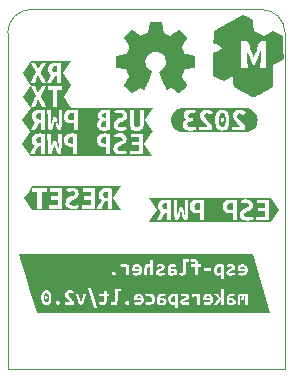
<source format=gbr>
G04 #@! TF.GenerationSoftware,KiCad,Pcbnew,6.0.7+dfsg-1~bpo11+1*
G04 #@! TF.ProjectId,project,70726f6a-6563-4742-9e6b-696361645f70,rev?*
G04 #@! TF.SameCoordinates,Original*
G04 #@! TF.FileFunction,Legend,Bot*
G04 #@! TF.FilePolarity,Positive*
%FSLAX46Y46*%
G04 Gerber Fmt 4.6, Leading zero omitted, Abs format (unit mm)*
%MOMM*%
%LPD*%
G01*
G04 APERTURE LIST*
G04 #@! TA.AperFunction,Profile*
%ADD10C,0.100000*%
G04 #@! TD*
%ADD11C,0.010000*%
%ADD12C,0.900000*%
%ADD13C,0.650000*%
%ADD14O,1.000000X2.100000*%
%ADD15O,1.000000X1.600000*%
%ADD16C,0.600000*%
G04 APERTURE END LIST*
D10*
X122250000Y-126475000D02*
X101150000Y-126475000D01*
X123500000Y-98000000D02*
X123500000Y-126475000D01*
X100000000Y-98000000D02*
X100000000Y-126475000D01*
X123500000Y-98000000D02*
G75*
G03*
X121500000Y-96000000I-2000000J0D01*
G01*
X122250000Y-126475000D02*
X123500000Y-126475000D01*
X102000000Y-96000000D02*
X121500000Y-96000000D01*
X101150000Y-126475000D02*
X100000000Y-126475000D01*
X102000000Y-96000000D02*
G75*
G03*
X100000000Y-98000000I0J-2000000D01*
G01*
G36*
X104143740Y-100804095D02*
G01*
X104199302Y-100811041D01*
X104199302Y-101327772D01*
X104124293Y-101327772D01*
X103973580Y-101310756D01*
X103871483Y-101259708D01*
X103793696Y-101066628D01*
X103814532Y-100948558D01*
X103877040Y-100866603D01*
X103973580Y-100818680D01*
X104096512Y-100802706D01*
X104143740Y-100804095D01*
G37*
G36*
X101270927Y-101375000D02*
G01*
X101943233Y-100366541D01*
X105329073Y-100366541D01*
X104656767Y-101375000D01*
X105329073Y-102383459D01*
X101943233Y-102383459D01*
X101850629Y-102244553D01*
X101943465Y-102244553D01*
X102312955Y-102244553D01*
X102371643Y-102095229D01*
X102442138Y-101930625D01*
X102520273Y-101758381D01*
X102601880Y-101586138D01*
X102682446Y-101753172D01*
X102763012Y-101926458D01*
X102838021Y-102094187D01*
X102901918Y-102244553D01*
X103271408Y-102244553D01*
X103332527Y-102244553D01*
X103690905Y-102244553D01*
X103760011Y-102080991D01*
X103839535Y-101923680D01*
X103927393Y-101768452D01*
X104021502Y-101611141D01*
X104199302Y-101611141D01*
X104199302Y-102244553D01*
X104541012Y-102244553D01*
X104541012Y-100549897D01*
X104431276Y-100529061D01*
X104310427Y-100515170D01*
X104193746Y-100508225D01*
X104096512Y-100505447D01*
X103956216Y-100513781D01*
X103829812Y-100538784D01*
X103718687Y-100581151D01*
X103624230Y-100641575D01*
X103492269Y-100817986D01*
X103457890Y-100934320D01*
X103446430Y-101069406D01*
X103461710Y-101212480D01*
X103507549Y-101341662D01*
X103588809Y-101449315D01*
X103710352Y-101527797D01*
X103610340Y-101687539D01*
X103507549Y-101870895D01*
X103411704Y-102062586D01*
X103332527Y-102244553D01*
X103271408Y-102244553D01*
X103189454Y-102063975D01*
X103132502Y-101954239D01*
X103069994Y-101836169D01*
X103002972Y-101712195D01*
X102932477Y-101584748D01*
X102861635Y-101457996D01*
X102793571Y-101336106D01*
X103243627Y-100524894D01*
X102874137Y-100524894D01*
X102601880Y-101074962D01*
X102315733Y-100524894D01*
X101971246Y-100524894D01*
X102410190Y-101327772D01*
X102335875Y-101450009D01*
X102262949Y-101577803D01*
X102193149Y-101706639D01*
X102128210Y-101832002D01*
X102069522Y-101951461D01*
X102018474Y-102062586D01*
X101943465Y-102244553D01*
X101850629Y-102244553D01*
X101270927Y-101375000D01*
G37*
G36*
X113037275Y-97543931D02*
G01*
X113121095Y-97988555D01*
X113739667Y-98243551D01*
X114110707Y-97991246D01*
X114184144Y-97941506D01*
X114281499Y-97876218D01*
X114365787Y-97820454D01*
X114432631Y-97777078D01*
X114477654Y-97748953D01*
X114496478Y-97738942D01*
X114508039Y-97746061D01*
X114542596Y-97775894D01*
X114594894Y-97824852D01*
X114660500Y-97888440D01*
X114734983Y-97962163D01*
X114813913Y-98041525D01*
X114892856Y-98122031D01*
X114967384Y-98199185D01*
X115033063Y-98268493D01*
X115085463Y-98325457D01*
X115120153Y-98365584D01*
X115132701Y-98384377D01*
X115129782Y-98392451D01*
X115109571Y-98428469D01*
X115072663Y-98487744D01*
X115022050Y-98565630D01*
X114960725Y-98657481D01*
X114891679Y-98758650D01*
X114853787Y-98813826D01*
X114788606Y-98909884D01*
X114732723Y-98993717D01*
X114689117Y-99060777D01*
X114660769Y-99106519D01*
X114650657Y-99126396D01*
X114650823Y-99127497D01*
X114659743Y-99152694D01*
X114680206Y-99204147D01*
X114709360Y-99275135D01*
X114744353Y-99358935D01*
X114782332Y-99448828D01*
X114820445Y-99538091D01*
X114855839Y-99620003D01*
X114885662Y-99687843D01*
X114907061Y-99734890D01*
X114917184Y-99754422D01*
X114923174Y-99756155D01*
X114959566Y-99763969D01*
X115024427Y-99776915D01*
X115112565Y-99793979D01*
X115218787Y-99814151D01*
X115337902Y-99836418D01*
X115400683Y-99848223D01*
X115515912Y-99870748D01*
X115616662Y-99891550D01*
X115697426Y-99909435D01*
X115752698Y-99923208D01*
X115776971Y-99931674D01*
X115781331Y-99940066D01*
X115788563Y-99981072D01*
X115794246Y-100049368D01*
X115798382Y-100138529D01*
X115800977Y-100242128D01*
X115802036Y-100353740D01*
X115801561Y-100466938D01*
X115799559Y-100575296D01*
X115796033Y-100672389D01*
X115790987Y-100751790D01*
X115784427Y-100807072D01*
X115776356Y-100831810D01*
X115771458Y-100834600D01*
X115734930Y-100846569D01*
X115671565Y-100862405D01*
X115588686Y-100880374D01*
X115493618Y-100898741D01*
X115461542Y-100904591D01*
X115313393Y-100931798D01*
X115196961Y-100953663D01*
X115108209Y-100971093D01*
X115043103Y-100984996D01*
X114997606Y-100996277D01*
X114967682Y-101005843D01*
X114949294Y-101014601D01*
X114938407Y-101023457D01*
X114937142Y-101024943D01*
X114919338Y-101055931D01*
X114892994Y-101112634D01*
X114860661Y-101188399D01*
X114824893Y-101276574D01*
X114788244Y-101370507D01*
X114753266Y-101463547D01*
X114722513Y-101549041D01*
X114698538Y-101620336D01*
X114683895Y-101670782D01*
X114681136Y-101693726D01*
X114682981Y-101696703D01*
X114702075Y-101725493D01*
X114737984Y-101778595D01*
X114787378Y-101851117D01*
X114846927Y-101938167D01*
X114913303Y-102034854D01*
X114931520Y-102061456D01*
X114995577Y-102156875D01*
X115050937Y-102242212D01*
X115094439Y-102312405D01*
X115122924Y-102362394D01*
X115133232Y-102387116D01*
X115131011Y-102393616D01*
X115107858Y-102425644D01*
X115062177Y-102477945D01*
X114997241Y-102546999D01*
X114916319Y-102629286D01*
X114822685Y-102721286D01*
X114769165Y-102772781D01*
X114684542Y-102852983D01*
X114610475Y-102921678D01*
X114550941Y-102975252D01*
X114509917Y-103010085D01*
X114491381Y-103022563D01*
X114478646Y-103017938D01*
X114439436Y-102996057D01*
X114382495Y-102960273D01*
X114315250Y-102915117D01*
X114267438Y-102882165D01*
X114171985Y-102816727D01*
X114070125Y-102747228D01*
X113977088Y-102684075D01*
X113794832Y-102560800D01*
X113641841Y-102643520D01*
X113605817Y-102662613D01*
X113540303Y-102695272D01*
X113489640Y-102717819D01*
X113462564Y-102726226D01*
X113453703Y-102715430D01*
X113431699Y-102674323D01*
X113399199Y-102606549D01*
X113358010Y-102516409D01*
X113309942Y-102408205D01*
X113256802Y-102286237D01*
X113200399Y-102154808D01*
X113142542Y-102018218D01*
X113085038Y-101880767D01*
X113029697Y-101746758D01*
X112978326Y-101620491D01*
X112932735Y-101506268D01*
X112894732Y-101408390D01*
X112866124Y-101331157D01*
X112848721Y-101278871D01*
X112844331Y-101255833D01*
X112844628Y-101255160D01*
X112865077Y-101233863D01*
X112907850Y-101200508D01*
X112964117Y-101162011D01*
X112981877Y-101150256D01*
X113117014Y-101038735D01*
X113228856Y-100905906D01*
X113314755Y-100757298D01*
X113372062Y-100598440D01*
X113398131Y-100434860D01*
X113390313Y-100272088D01*
X113358644Y-100127315D01*
X113301782Y-99981124D01*
X113218888Y-99850703D01*
X113105131Y-99726813D01*
X113060433Y-99687235D01*
X112915935Y-99589723D01*
X112759838Y-99524050D01*
X112596667Y-99489630D01*
X112430943Y-99485874D01*
X112267192Y-99512194D01*
X112109936Y-99568003D01*
X111963698Y-99652714D01*
X111833004Y-99765737D01*
X111722374Y-99906487D01*
X111701105Y-99941342D01*
X111628810Y-100100655D01*
X111590415Y-100266552D01*
X111584914Y-100434737D01*
X111611301Y-100600913D01*
X111668570Y-100760784D01*
X111755717Y-100910053D01*
X111871736Y-101044423D01*
X112015622Y-101159599D01*
X112020294Y-101162702D01*
X112075964Y-101201933D01*
X112117689Y-101235286D01*
X112136746Y-101255833D01*
X112134342Y-101271941D01*
X112119391Y-101318844D01*
X112092881Y-101391539D01*
X112056620Y-101485725D01*
X112012416Y-101597098D01*
X111962076Y-101721358D01*
X111907407Y-101854202D01*
X111850218Y-101991327D01*
X111792316Y-102128432D01*
X111735510Y-102261215D01*
X111681606Y-102385374D01*
X111632412Y-102496606D01*
X111589737Y-102590609D01*
X111555387Y-102663082D01*
X111531171Y-102709722D01*
X111518897Y-102726226D01*
X111508689Y-102723991D01*
X111468586Y-102707926D01*
X111409318Y-102679759D01*
X111339619Y-102643520D01*
X111186629Y-102560800D01*
X111004373Y-102684075D01*
X110950527Y-102720579D01*
X110850374Y-102788784D01*
X110750525Y-102857098D01*
X110666211Y-102915117D01*
X110619679Y-102946736D01*
X110559200Y-102986020D01*
X110514357Y-103012912D01*
X110492455Y-103022883D01*
X110483045Y-103018650D01*
X110449031Y-102992721D01*
X110396595Y-102947070D01*
X110330301Y-102886186D01*
X110254713Y-102814561D01*
X110174396Y-102736683D01*
X110093913Y-102657045D01*
X110017829Y-102580135D01*
X109950707Y-102510445D01*
X109897112Y-102452464D01*
X109861608Y-102410684D01*
X109848759Y-102389593D01*
X109849500Y-102385581D01*
X109864793Y-102352920D01*
X109897462Y-102296412D01*
X109944350Y-102221163D01*
X110002301Y-102132275D01*
X110068157Y-102034854D01*
X110086627Y-102007982D01*
X110151482Y-101913423D01*
X110208609Y-101829827D01*
X110254678Y-101762084D01*
X110286359Y-101715086D01*
X110300324Y-101693726D01*
X110300668Y-101692811D01*
X110296546Y-101666678D01*
X110280807Y-101613740D01*
X110256004Y-101540647D01*
X110224689Y-101454052D01*
X110189417Y-101360608D01*
X110152740Y-101266965D01*
X110117212Y-101179777D01*
X110085386Y-101105695D01*
X110059816Y-101051371D01*
X110043053Y-101023457D01*
X110041374Y-101021724D01*
X110029372Y-101012956D01*
X110009103Y-101004115D01*
X109976529Y-100994292D01*
X109927616Y-100982583D01*
X109858327Y-100968080D01*
X109764625Y-100949876D01*
X109642476Y-100927066D01*
X109487842Y-100898741D01*
X109455770Y-100892780D01*
X109363893Y-100874352D01*
X109286607Y-100856892D01*
X109231236Y-100842133D01*
X109205105Y-100831810D01*
X109200733Y-100823197D01*
X109193445Y-100781826D01*
X109187669Y-100713241D01*
X109183410Y-100623868D01*
X109180673Y-100520135D01*
X109179462Y-100408465D01*
X109179782Y-100295287D01*
X109181636Y-100187026D01*
X109185030Y-100090108D01*
X109189967Y-100010959D01*
X109196452Y-99956006D01*
X109204489Y-99931674D01*
X109212696Y-99928079D01*
X109253519Y-99916748D01*
X109322524Y-99900722D01*
X109414203Y-99881195D01*
X109523050Y-99859362D01*
X109643558Y-99836418D01*
X109709357Y-99824159D01*
X109822135Y-99802901D01*
X109919207Y-99784287D01*
X109995382Y-99769328D01*
X110045469Y-99759036D01*
X110064276Y-99754422D01*
X110064983Y-99753471D01*
X110076961Y-99729310D01*
X110099794Y-99678694D01*
X110130630Y-99608338D01*
X110166613Y-99524958D01*
X110204891Y-99435270D01*
X110242609Y-99345989D01*
X110276913Y-99263832D01*
X110304949Y-99195513D01*
X110323864Y-99147748D01*
X110330803Y-99127254D01*
X110327742Y-99120043D01*
X110307372Y-99085728D01*
X110270422Y-99027970D01*
X110219860Y-98951299D01*
X110158657Y-98860248D01*
X110089781Y-98759350D01*
X110051994Y-98704093D01*
X109986782Y-98607215D01*
X109930871Y-98522193D01*
X109887241Y-98453662D01*
X109858877Y-98406260D01*
X109848759Y-98384623D01*
X109855790Y-98372887D01*
X109885197Y-98337818D01*
X109933441Y-98284745D01*
X109996093Y-98218164D01*
X110068725Y-98142574D01*
X110146908Y-98062472D01*
X110226214Y-97982354D01*
X110302213Y-97906718D01*
X110370478Y-97840062D01*
X110426580Y-97786882D01*
X110466090Y-97751676D01*
X110484579Y-97738942D01*
X110494843Y-97743893D01*
X110532530Y-97766857D01*
X110593348Y-97805938D01*
X110672913Y-97858272D01*
X110766843Y-97920996D01*
X110870754Y-97991246D01*
X111241794Y-98243551D01*
X111551080Y-98116053D01*
X111860365Y-97988555D01*
X111944186Y-97543931D01*
X112028006Y-97099307D01*
X112953454Y-97099307D01*
X113037275Y-97543931D01*
G37*
D11*
X113037275Y-97543931D02*
X113121095Y-97988555D01*
X113739667Y-98243551D01*
X114110707Y-97991246D01*
X114184144Y-97941506D01*
X114281499Y-97876218D01*
X114365787Y-97820454D01*
X114432631Y-97777078D01*
X114477654Y-97748953D01*
X114496478Y-97738942D01*
X114508039Y-97746061D01*
X114542596Y-97775894D01*
X114594894Y-97824852D01*
X114660500Y-97888440D01*
X114734983Y-97962163D01*
X114813913Y-98041525D01*
X114892856Y-98122031D01*
X114967384Y-98199185D01*
X115033063Y-98268493D01*
X115085463Y-98325457D01*
X115120153Y-98365584D01*
X115132701Y-98384377D01*
X115129782Y-98392451D01*
X115109571Y-98428469D01*
X115072663Y-98487744D01*
X115022050Y-98565630D01*
X114960725Y-98657481D01*
X114891679Y-98758650D01*
X114853787Y-98813826D01*
X114788606Y-98909884D01*
X114732723Y-98993717D01*
X114689117Y-99060777D01*
X114660769Y-99106519D01*
X114650657Y-99126396D01*
X114650823Y-99127497D01*
X114659743Y-99152694D01*
X114680206Y-99204147D01*
X114709360Y-99275135D01*
X114744353Y-99358935D01*
X114782332Y-99448828D01*
X114820445Y-99538091D01*
X114855839Y-99620003D01*
X114885662Y-99687843D01*
X114907061Y-99734890D01*
X114917184Y-99754422D01*
X114923174Y-99756155D01*
X114959566Y-99763969D01*
X115024427Y-99776915D01*
X115112565Y-99793979D01*
X115218787Y-99814151D01*
X115337902Y-99836418D01*
X115400683Y-99848223D01*
X115515912Y-99870748D01*
X115616662Y-99891550D01*
X115697426Y-99909435D01*
X115752698Y-99923208D01*
X115776971Y-99931674D01*
X115781331Y-99940066D01*
X115788563Y-99981072D01*
X115794246Y-100049368D01*
X115798382Y-100138529D01*
X115800977Y-100242128D01*
X115802036Y-100353740D01*
X115801561Y-100466938D01*
X115799559Y-100575296D01*
X115796033Y-100672389D01*
X115790987Y-100751790D01*
X115784427Y-100807072D01*
X115776356Y-100831810D01*
X115771458Y-100834600D01*
X115734930Y-100846569D01*
X115671565Y-100862405D01*
X115588686Y-100880374D01*
X115493618Y-100898741D01*
X115461542Y-100904591D01*
X115313393Y-100931798D01*
X115196961Y-100953663D01*
X115108209Y-100971093D01*
X115043103Y-100984996D01*
X114997606Y-100996277D01*
X114967682Y-101005843D01*
X114949294Y-101014601D01*
X114938407Y-101023457D01*
X114937142Y-101024943D01*
X114919338Y-101055931D01*
X114892994Y-101112634D01*
X114860661Y-101188399D01*
X114824893Y-101276574D01*
X114788244Y-101370507D01*
X114753266Y-101463547D01*
X114722513Y-101549041D01*
X114698538Y-101620336D01*
X114683895Y-101670782D01*
X114681136Y-101693726D01*
X114682981Y-101696703D01*
X114702075Y-101725493D01*
X114737984Y-101778595D01*
X114787378Y-101851117D01*
X114846927Y-101938167D01*
X114913303Y-102034854D01*
X114931520Y-102061456D01*
X114995577Y-102156875D01*
X115050937Y-102242212D01*
X115094439Y-102312405D01*
X115122924Y-102362394D01*
X115133232Y-102387116D01*
X115131011Y-102393616D01*
X115107858Y-102425644D01*
X115062177Y-102477945D01*
X114997241Y-102546999D01*
X114916319Y-102629286D01*
X114822685Y-102721286D01*
X114769165Y-102772781D01*
X114684542Y-102852983D01*
X114610475Y-102921678D01*
X114550941Y-102975252D01*
X114509917Y-103010085D01*
X114491381Y-103022563D01*
X114478646Y-103017938D01*
X114439436Y-102996057D01*
X114382495Y-102960273D01*
X114315250Y-102915117D01*
X114267438Y-102882165D01*
X114171985Y-102816727D01*
X114070125Y-102747228D01*
X113977088Y-102684075D01*
X113794832Y-102560800D01*
X113641841Y-102643520D01*
X113605817Y-102662613D01*
X113540303Y-102695272D01*
X113489640Y-102717819D01*
X113462564Y-102726226D01*
X113453703Y-102715430D01*
X113431699Y-102674323D01*
X113399199Y-102606549D01*
X113358010Y-102516409D01*
X113309942Y-102408205D01*
X113256802Y-102286237D01*
X113200399Y-102154808D01*
X113142542Y-102018218D01*
X113085038Y-101880767D01*
X113029697Y-101746758D01*
X112978326Y-101620491D01*
X112932735Y-101506268D01*
X112894732Y-101408390D01*
X112866124Y-101331157D01*
X112848721Y-101278871D01*
X112844331Y-101255833D01*
X112844628Y-101255160D01*
X112865077Y-101233863D01*
X112907850Y-101200508D01*
X112964117Y-101162011D01*
X112981877Y-101150256D01*
X113117014Y-101038735D01*
X113228856Y-100905906D01*
X113314755Y-100757298D01*
X113372062Y-100598440D01*
X113398131Y-100434860D01*
X113390313Y-100272088D01*
X113358644Y-100127315D01*
X113301782Y-99981124D01*
X113218888Y-99850703D01*
X113105131Y-99726813D01*
X113060433Y-99687235D01*
X112915935Y-99589723D01*
X112759838Y-99524050D01*
X112596667Y-99489630D01*
X112430943Y-99485874D01*
X112267192Y-99512194D01*
X112109936Y-99568003D01*
X111963698Y-99652714D01*
X111833004Y-99765737D01*
X111722374Y-99906487D01*
X111701105Y-99941342D01*
X111628810Y-100100655D01*
X111590415Y-100266552D01*
X111584914Y-100434737D01*
X111611301Y-100600913D01*
X111668570Y-100760784D01*
X111755717Y-100910053D01*
X111871736Y-101044423D01*
X112015622Y-101159599D01*
X112020294Y-101162702D01*
X112075964Y-101201933D01*
X112117689Y-101235286D01*
X112136746Y-101255833D01*
X112134342Y-101271941D01*
X112119391Y-101318844D01*
X112092881Y-101391539D01*
X112056620Y-101485725D01*
X112012416Y-101597098D01*
X111962076Y-101721358D01*
X111907407Y-101854202D01*
X111850218Y-101991327D01*
X111792316Y-102128432D01*
X111735510Y-102261215D01*
X111681606Y-102385374D01*
X111632412Y-102496606D01*
X111589737Y-102590609D01*
X111555387Y-102663082D01*
X111531171Y-102709722D01*
X111518897Y-102726226D01*
X111508689Y-102723991D01*
X111468586Y-102707926D01*
X111409318Y-102679759D01*
X111339619Y-102643520D01*
X111186629Y-102560800D01*
X111004373Y-102684075D01*
X110950527Y-102720579D01*
X110850374Y-102788784D01*
X110750525Y-102857098D01*
X110666211Y-102915117D01*
X110619679Y-102946736D01*
X110559200Y-102986020D01*
X110514357Y-103012912D01*
X110492455Y-103022883D01*
X110483045Y-103018650D01*
X110449031Y-102992721D01*
X110396595Y-102947070D01*
X110330301Y-102886186D01*
X110254713Y-102814561D01*
X110174396Y-102736683D01*
X110093913Y-102657045D01*
X110017829Y-102580135D01*
X109950707Y-102510445D01*
X109897112Y-102452464D01*
X109861608Y-102410684D01*
X109848759Y-102389593D01*
X109849500Y-102385581D01*
X109864793Y-102352920D01*
X109897462Y-102296412D01*
X109944350Y-102221163D01*
X110002301Y-102132275D01*
X110068157Y-102034854D01*
X110086627Y-102007982D01*
X110151482Y-101913423D01*
X110208609Y-101829827D01*
X110254678Y-101762084D01*
X110286359Y-101715086D01*
X110300324Y-101693726D01*
X110300668Y-101692811D01*
X110296546Y-101666678D01*
X110280807Y-101613740D01*
X110256004Y-101540647D01*
X110224689Y-101454052D01*
X110189417Y-101360608D01*
X110152740Y-101266965D01*
X110117212Y-101179777D01*
X110085386Y-101105695D01*
X110059816Y-101051371D01*
X110043053Y-101023457D01*
X110041374Y-101021724D01*
X110029372Y-101012956D01*
X110009103Y-101004115D01*
X109976529Y-100994292D01*
X109927616Y-100982583D01*
X109858327Y-100968080D01*
X109764625Y-100949876D01*
X109642476Y-100927066D01*
X109487842Y-100898741D01*
X109455770Y-100892780D01*
X109363893Y-100874352D01*
X109286607Y-100856892D01*
X109231236Y-100842133D01*
X109205105Y-100831810D01*
X109200733Y-100823197D01*
X109193445Y-100781826D01*
X109187669Y-100713241D01*
X109183410Y-100623868D01*
X109180673Y-100520135D01*
X109179462Y-100408465D01*
X109179782Y-100295287D01*
X109181636Y-100187026D01*
X109185030Y-100090108D01*
X109189967Y-100010959D01*
X109196452Y-99956006D01*
X109204489Y-99931674D01*
X109212696Y-99928079D01*
X109253519Y-99916748D01*
X109322524Y-99900722D01*
X109414203Y-99881195D01*
X109523050Y-99859362D01*
X109643558Y-99836418D01*
X109709357Y-99824159D01*
X109822135Y-99802901D01*
X109919207Y-99784287D01*
X109995382Y-99769328D01*
X110045469Y-99759036D01*
X110064276Y-99754422D01*
X110064983Y-99753471D01*
X110076961Y-99729310D01*
X110099794Y-99678694D01*
X110130630Y-99608338D01*
X110166613Y-99524958D01*
X110204891Y-99435270D01*
X110242609Y-99345989D01*
X110276913Y-99263832D01*
X110304949Y-99195513D01*
X110323864Y-99147748D01*
X110330803Y-99127254D01*
X110327742Y-99120043D01*
X110307372Y-99085728D01*
X110270422Y-99027970D01*
X110219860Y-98951299D01*
X110158657Y-98860248D01*
X110089781Y-98759350D01*
X110051994Y-98704093D01*
X109986782Y-98607215D01*
X109930871Y-98522193D01*
X109887241Y-98453662D01*
X109858877Y-98406260D01*
X109848759Y-98384623D01*
X109855790Y-98372887D01*
X109885197Y-98337818D01*
X109933441Y-98284745D01*
X109996093Y-98218164D01*
X110068725Y-98142574D01*
X110146908Y-98062472D01*
X110226214Y-97982354D01*
X110302213Y-97906718D01*
X110370478Y-97840062D01*
X110426580Y-97786882D01*
X110466090Y-97751676D01*
X110484579Y-97738942D01*
X110494843Y-97743893D01*
X110532530Y-97766857D01*
X110593348Y-97805938D01*
X110672913Y-97858272D01*
X110766843Y-97920996D01*
X110870754Y-97991246D01*
X111241794Y-98243551D01*
X111551080Y-98116053D01*
X111860365Y-97988555D01*
X111944186Y-97543931D01*
X112028006Y-97099307D01*
X112953454Y-97099307D01*
X113037275Y-97543931D01*
G36*
X113444523Y-112395761D02*
G01*
X113500085Y-112402706D01*
X113500085Y-112919437D01*
X113425076Y-112919437D01*
X113274362Y-112902421D01*
X113172266Y-112851373D01*
X113094479Y-112658294D01*
X113115315Y-112540223D01*
X113177823Y-112458269D01*
X113274362Y-112410346D01*
X113397294Y-112394372D01*
X113444523Y-112395761D01*
G37*
G36*
X116193477Y-112395761D02*
G01*
X116278210Y-112402706D01*
X116278210Y-112958331D01*
X116139304Y-112958331D01*
X115995536Y-112942010D01*
X115892051Y-112893045D01*
X115829543Y-112804493D01*
X115808707Y-112669406D01*
X115829196Y-112541265D01*
X115890662Y-112456880D01*
X115986160Y-112409999D01*
X116108744Y-112394372D01*
X116193477Y-112395761D01*
G37*
G36*
X112633079Y-112975000D02*
G01*
X111957685Y-111961910D01*
X122266921Y-111961910D01*
X122942315Y-112975000D01*
X122266921Y-113988090D01*
X111957685Y-113988090D01*
X112058932Y-113836219D01*
X112633310Y-113836219D01*
X112991688Y-113836219D01*
X113060794Y-113672657D01*
X113140318Y-113515345D01*
X113228176Y-113360118D01*
X113322285Y-113202806D01*
X113500085Y-113202806D01*
X113500085Y-113836219D01*
X113841794Y-113836219D01*
X113841794Y-112141562D01*
X113732058Y-112120727D01*
X113695798Y-112116559D01*
X114055710Y-112116559D01*
X114064044Y-112330822D01*
X114072379Y-112551336D01*
X114081408Y-112774280D01*
X114091826Y-112995836D01*
X114103980Y-113214961D01*
X114118218Y-113430612D01*
X114134539Y-113638972D01*
X114152944Y-113836219D01*
X114436313Y-113836219D01*
X114497432Y-113654599D01*
X114558551Y-113459783D01*
X114619669Y-113262883D01*
X114680788Y-113075012D01*
X114743296Y-113257674D01*
X114808582Y-113455616D01*
X114872479Y-113653557D01*
X114930819Y-113836219D01*
X115214188Y-113836219D01*
X115235024Y-113638625D01*
X115253082Y-113429223D01*
X115268709Y-113212530D01*
X115282252Y-112993058D01*
X115293712Y-112771502D01*
X115297889Y-112672184D01*
X115458663Y-112672184D01*
X115478882Y-112858782D01*
X115539537Y-113007411D01*
X115640630Y-113118073D01*
X115778765Y-113194472D01*
X115950546Y-113240311D01*
X116155973Y-113255591D01*
X116278210Y-113255591D01*
X116278210Y-113836219D01*
X116619919Y-113836219D01*
X116619919Y-112672184D01*
X118236788Y-112672184D01*
X118257007Y-112858782D01*
X118317662Y-113007411D01*
X118418755Y-113118073D01*
X118556890Y-113194472D01*
X118728671Y-113240311D01*
X118934098Y-113255591D01*
X119056335Y-113255591D01*
X119056335Y-113836219D01*
X119398044Y-113836219D01*
X119398044Y-113366716D01*
X119659188Y-113366716D01*
X119698429Y-113580979D01*
X119816152Y-113740373D01*
X119938853Y-113813685D01*
X120097669Y-113857672D01*
X120292601Y-113872334D01*
X120484986Y-113860875D01*
X120592075Y-113836219D01*
X121048251Y-113836219D01*
X122151166Y-113836219D01*
X122151166Y-112116559D01*
X121109369Y-112116559D01*
X121109369Y-112399928D01*
X121809457Y-112399928D01*
X121809457Y-112786087D01*
X121201048Y-112786087D01*
X121201048Y-113069456D01*
X121809457Y-113069456D01*
X121809457Y-113552850D01*
X121048251Y-113552850D01*
X121048251Y-113836219D01*
X120592075Y-113836219D01*
X120634310Y-113826495D01*
X120826001Y-113741762D01*
X120725988Y-113463950D01*
X120546799Y-113547294D01*
X120431160Y-113576464D01*
X120292601Y-113586187D01*
X120149527Y-113568130D01*
X120059238Y-113518123D01*
X120013399Y-113445892D01*
X120000898Y-113363937D01*
X120031457Y-113269481D01*
X120109244Y-113195861D01*
X120214813Y-113137520D01*
X120331494Y-113088903D01*
X120492626Y-113025006D01*
X120644033Y-112933328D01*
X120756548Y-112795811D01*
X120800998Y-112591619D01*
X120761757Y-112376314D01*
X120644033Y-112213794D01*
X120526272Y-112138167D01*
X120382272Y-112092791D01*
X120212035Y-112077666D01*
X120063753Y-112086695D01*
X119935612Y-112113781D01*
X119736976Y-112194347D01*
X119836988Y-112458269D01*
X119991174Y-112391594D01*
X120187032Y-112363812D01*
X120338285Y-112385729D01*
X120429037Y-112451478D01*
X120459288Y-112561059D01*
X120431507Y-112648570D01*
X120360665Y-112715245D01*
X120263430Y-112766641D01*
X120156473Y-112808312D01*
X119988396Y-112876377D01*
X119827265Y-112976389D01*
X119706416Y-113131964D01*
X119670995Y-113237186D01*
X119659188Y-113366716D01*
X119398044Y-113366716D01*
X119398044Y-112138784D01*
X119285530Y-112119337D01*
X119159126Y-112106836D01*
X119034110Y-112099891D01*
X118925763Y-112097112D01*
X118723577Y-112112084D01*
X118554112Y-112156997D01*
X118417366Y-112231852D01*
X118317045Y-112340661D01*
X118256852Y-112487439D01*
X118236788Y-112672184D01*
X116619919Y-112672184D01*
X116619919Y-112138784D01*
X116507405Y-112119337D01*
X116381001Y-112106836D01*
X116255985Y-112099891D01*
X116147638Y-112097112D01*
X115945452Y-112112084D01*
X115775987Y-112156997D01*
X115639241Y-112231852D01*
X115538920Y-112340661D01*
X115478727Y-112487439D01*
X115458663Y-112672184D01*
X115297889Y-112672184D01*
X115303088Y-112548558D01*
X115310728Y-112328739D01*
X115316979Y-112116559D01*
X115000273Y-112116559D01*
X115003051Y-112283247D01*
X115005829Y-112455491D01*
X115008607Y-112630165D01*
X115011385Y-112804145D01*
X115014163Y-112975695D01*
X115016941Y-113143077D01*
X115019025Y-113303166D01*
X115019719Y-113452837D01*
X114962768Y-113258369D01*
X114901649Y-113050009D01*
X114847476Y-112861097D01*
X114808582Y-112724969D01*
X114558551Y-112724969D01*
X114525213Y-112855541D01*
X114476596Y-113027784D01*
X114418255Y-113230587D01*
X114355748Y-113452837D01*
X114356442Y-113303166D01*
X114358526Y-113143077D01*
X114361304Y-112976042D01*
X114364082Y-112805534D01*
X114366860Y-112632249D01*
X114369638Y-112456880D01*
X114371722Y-112283594D01*
X114372416Y-112116559D01*
X114055710Y-112116559D01*
X113695798Y-112116559D01*
X113611210Y-112106836D01*
X113494529Y-112099891D01*
X113397294Y-112097112D01*
X113256999Y-112105447D01*
X113130594Y-112130450D01*
X113019469Y-112172816D01*
X112925013Y-112233241D01*
X112793052Y-112409652D01*
X112758673Y-112525986D01*
X112747213Y-112661072D01*
X112762493Y-112804145D01*
X112808332Y-112933328D01*
X112889592Y-113040980D01*
X113011135Y-113119462D01*
X112911123Y-113279205D01*
X112808332Y-113462561D01*
X112712487Y-113654252D01*
X112633310Y-113836219D01*
X112058932Y-113836219D01*
X112633079Y-112975000D01*
G37*
G36*
X118971602Y-112395761D02*
G01*
X119056335Y-112402706D01*
X119056335Y-112958331D01*
X118917429Y-112958331D01*
X118773661Y-112942010D01*
X118670176Y-112893045D01*
X118607668Y-112804493D01*
X118586832Y-112669406D01*
X118607321Y-112541265D01*
X118668787Y-112456880D01*
X118764285Y-112409999D01*
X118886869Y-112394372D01*
X118971602Y-112395761D01*
G37*
G36*
X121729207Y-102992881D02*
G01*
X121481744Y-103127099D01*
X121176474Y-103280320D01*
X120943869Y-103382404D01*
X120820705Y-103416215D01*
X120745522Y-103392186D01*
X120538977Y-103300256D01*
X120248464Y-103156617D01*
X119911372Y-102979235D01*
X119129040Y-102555901D01*
X119128206Y-102111401D01*
X119122907Y-101939457D01*
X119099491Y-101743704D01*
X119063871Y-101667921D01*
X119024043Y-101679268D01*
X118865134Y-101753009D01*
X118644427Y-101872470D01*
X118288483Y-102075999D01*
X117861973Y-101850283D01*
X117435463Y-101624568D01*
X117435002Y-100989568D01*
X119804705Y-100989568D01*
X120334546Y-100989568D01*
X120282685Y-100206401D01*
X120266176Y-99932762D01*
X120260585Y-99682519D01*
X120281622Y-99588358D01*
X120336117Y-99651385D01*
X120430899Y-99872707D01*
X120572798Y-100253433D01*
X120586806Y-100291385D01*
X120715530Y-100577926D01*
X120833768Y-100704933D01*
X120950352Y-100670415D01*
X121074114Y-100472380D01*
X121213884Y-100108835D01*
X121224294Y-100078112D01*
X121326862Y-99790230D01*
X121412627Y-99573871D01*
X121463949Y-99473835D01*
X121475379Y-99486601D01*
X121483694Y-99622329D01*
X121477172Y-99873567D01*
X121456172Y-100206401D01*
X121395395Y-100989568D01*
X121921371Y-100989568D01*
X121921371Y-98703568D01*
X121639692Y-98703568D01*
X121508702Y-98709280D01*
X121408558Y-98747947D01*
X121327035Y-98851424D01*
X121239787Y-99051559D01*
X121122471Y-99380199D01*
X121077987Y-99504451D01*
X120968842Y-99779878D01*
X120880224Y-99963393D01*
X120828030Y-100020428D01*
X120819379Y-100011258D01*
X120758693Y-99885420D01*
X120669683Y-99649041D01*
X120568345Y-99343797D01*
X120484891Y-99082696D01*
X120402924Y-98866972D01*
X120325831Y-98754034D01*
X120228578Y-98710645D01*
X120086132Y-98703568D01*
X119804705Y-98703568D01*
X119804705Y-100989568D01*
X117435002Y-100989568D01*
X117434750Y-100642593D01*
X117434038Y-99660619D01*
X117776795Y-99506057D01*
X117869146Y-99462629D01*
X118064501Y-99356931D01*
X118162161Y-99282552D01*
X118150521Y-99243802D01*
X118030179Y-99144668D01*
X117819404Y-99026384D01*
X117434038Y-98839159D01*
X117435859Y-98326863D01*
X117437680Y-97814568D01*
X118703828Y-97124177D01*
X119969977Y-96433786D01*
X120394629Y-96658510D01*
X120819280Y-96883235D01*
X120821213Y-97348901D01*
X120823145Y-97814568D01*
X121677001Y-98285562D01*
X122515467Y-97829212D01*
X123318371Y-98270404D01*
X123342167Y-99242271D01*
X123365962Y-100214138D01*
X122940000Y-100445975D01*
X122514038Y-100677813D01*
X122513485Y-100989568D01*
X122510708Y-102555901D01*
X121729207Y-102992881D01*
G37*
G36*
X105493477Y-106795761D02*
G01*
X105578210Y-106802706D01*
X105578210Y-107358331D01*
X105439304Y-107358331D01*
X105295536Y-107342010D01*
X105192051Y-107293045D01*
X105129543Y-107204493D01*
X105108707Y-107069406D01*
X105129196Y-106941265D01*
X105190662Y-106856880D01*
X105286160Y-106809999D01*
X105408744Y-106794372D01*
X105493477Y-106795761D01*
G37*
G36*
X101242251Y-107375000D02*
G01*
X101933079Y-106338759D01*
X112257749Y-106338759D01*
X111566921Y-107375000D01*
X112257749Y-108411241D01*
X101933079Y-108411241D01*
X101816398Y-108236219D01*
X101933310Y-108236219D01*
X102291688Y-108236219D01*
X102360794Y-108072657D01*
X102440318Y-107915345D01*
X102528176Y-107760118D01*
X102622285Y-107602806D01*
X102800085Y-107602806D01*
X102800085Y-108236219D01*
X103141794Y-108236219D01*
X103141794Y-106541562D01*
X103032058Y-106520727D01*
X102995798Y-106516559D01*
X103355710Y-106516559D01*
X103364044Y-106730822D01*
X103372379Y-106951336D01*
X103381408Y-107174280D01*
X103391826Y-107395836D01*
X103403980Y-107614961D01*
X103418218Y-107830613D01*
X103434539Y-108038972D01*
X103452944Y-108236219D01*
X103736313Y-108236219D01*
X103797432Y-108054599D01*
X103858551Y-107859783D01*
X103919669Y-107662883D01*
X103980788Y-107475013D01*
X104043296Y-107657674D01*
X104108582Y-107855616D01*
X104172479Y-108053557D01*
X104230819Y-108236219D01*
X104514188Y-108236219D01*
X104535024Y-108038625D01*
X104553082Y-107829223D01*
X104568709Y-107612530D01*
X104582252Y-107393058D01*
X104593712Y-107171502D01*
X104597889Y-107072184D01*
X104758663Y-107072184D01*
X104778882Y-107258782D01*
X104839537Y-107407411D01*
X104940630Y-107518073D01*
X105078765Y-107594472D01*
X105250546Y-107640311D01*
X105455973Y-107655591D01*
X105578210Y-107655591D01*
X105578210Y-108236219D01*
X105919919Y-108236219D01*
X105919919Y-107072184D01*
X107536788Y-107072184D01*
X107557007Y-107258782D01*
X107617662Y-107407411D01*
X107718755Y-107518073D01*
X107856890Y-107594472D01*
X108028671Y-107640311D01*
X108234098Y-107655591D01*
X108356335Y-107655591D01*
X108356335Y-108236219D01*
X108698044Y-108236219D01*
X108698044Y-107766716D01*
X108959188Y-107766716D01*
X108998429Y-107980979D01*
X109116152Y-108140373D01*
X109238853Y-108213685D01*
X109397669Y-108257672D01*
X109592601Y-108272334D01*
X109784986Y-108260875D01*
X109892075Y-108236219D01*
X110348251Y-108236219D01*
X111451166Y-108236219D01*
X111451166Y-106516559D01*
X110409369Y-106516559D01*
X110409369Y-106799928D01*
X111109457Y-106799928D01*
X111109457Y-107186088D01*
X110501048Y-107186088D01*
X110501048Y-107469456D01*
X111109457Y-107469456D01*
X111109457Y-107952850D01*
X110348251Y-107952850D01*
X110348251Y-108236219D01*
X109892075Y-108236219D01*
X109934310Y-108226495D01*
X110126001Y-108141763D01*
X110025988Y-107863950D01*
X109846799Y-107947294D01*
X109731160Y-107976464D01*
X109592601Y-107986188D01*
X109449527Y-107968130D01*
X109359238Y-107918123D01*
X109313399Y-107845892D01*
X109300898Y-107763938D01*
X109331457Y-107669481D01*
X109409244Y-107595861D01*
X109514813Y-107537520D01*
X109631494Y-107488903D01*
X109792626Y-107425006D01*
X109944033Y-107333328D01*
X110056548Y-107195811D01*
X110100998Y-106991619D01*
X110061757Y-106776314D01*
X109944033Y-106613794D01*
X109826272Y-106538167D01*
X109682272Y-106492791D01*
X109512035Y-106477666D01*
X109363753Y-106486695D01*
X109235612Y-106513781D01*
X109036976Y-106594347D01*
X109136988Y-106858269D01*
X109291174Y-106791594D01*
X109487032Y-106763813D01*
X109638285Y-106785729D01*
X109729037Y-106851478D01*
X109759288Y-106961059D01*
X109731507Y-107048570D01*
X109660665Y-107115245D01*
X109563430Y-107166641D01*
X109456473Y-107208313D01*
X109288396Y-107276377D01*
X109127265Y-107376389D01*
X109006416Y-107531964D01*
X108970995Y-107637186D01*
X108959188Y-107766716D01*
X108698044Y-107766716D01*
X108698044Y-106538784D01*
X108585530Y-106519338D01*
X108459126Y-106506836D01*
X108334110Y-106499891D01*
X108225763Y-106497113D01*
X108023577Y-106512084D01*
X107854112Y-106556997D01*
X107717366Y-106631852D01*
X107617045Y-106740661D01*
X107556852Y-106887439D01*
X107536788Y-107072184D01*
X105919919Y-107072184D01*
X105919919Y-106538784D01*
X105807405Y-106519338D01*
X105681001Y-106506836D01*
X105555985Y-106499891D01*
X105447638Y-106497113D01*
X105245452Y-106512084D01*
X105075987Y-106556997D01*
X104939241Y-106631852D01*
X104838920Y-106740661D01*
X104778727Y-106887439D01*
X104758663Y-107072184D01*
X104597889Y-107072184D01*
X104603088Y-106948558D01*
X104610728Y-106728739D01*
X104616979Y-106516559D01*
X104300273Y-106516559D01*
X104303051Y-106683247D01*
X104305829Y-106855491D01*
X104308607Y-107030165D01*
X104311385Y-107204145D01*
X104314163Y-107375695D01*
X104316941Y-107543077D01*
X104319025Y-107703166D01*
X104319719Y-107852838D01*
X104262768Y-107658369D01*
X104201649Y-107450009D01*
X104147476Y-107261097D01*
X104108582Y-107124969D01*
X103858551Y-107124969D01*
X103825213Y-107255541D01*
X103776596Y-107427784D01*
X103718255Y-107630588D01*
X103655748Y-107852838D01*
X103656442Y-107703166D01*
X103658526Y-107543077D01*
X103661304Y-107376042D01*
X103664082Y-107205534D01*
X103666860Y-107032249D01*
X103669638Y-106856880D01*
X103671722Y-106683594D01*
X103672416Y-106516559D01*
X103355710Y-106516559D01*
X102995798Y-106516559D01*
X102911210Y-106506836D01*
X102794529Y-106499891D01*
X102697294Y-106497113D01*
X102556999Y-106505447D01*
X102430594Y-106530450D01*
X102319469Y-106572816D01*
X102225013Y-106633241D01*
X102093052Y-106809652D01*
X102058673Y-106925986D01*
X102047213Y-107061072D01*
X102062493Y-107204145D01*
X102108332Y-107333328D01*
X102189592Y-107440980D01*
X102311135Y-107519463D01*
X102211123Y-107679205D01*
X102108332Y-107862561D01*
X102012487Y-108054252D01*
X101933310Y-108236219D01*
X101816398Y-108236219D01*
X101242251Y-107375000D01*
G37*
G36*
X108271602Y-106795761D02*
G01*
X108356335Y-106802706D01*
X108356335Y-107358331D01*
X108217429Y-107358331D01*
X108073661Y-107342010D01*
X107970176Y-107293045D01*
X107907668Y-107204493D01*
X107886832Y-107069406D01*
X107907321Y-106941265D01*
X107968787Y-106856880D01*
X108064285Y-106809999D01*
X108186869Y-106794372D01*
X108271602Y-106795761D01*
G37*
G36*
X102744523Y-106795761D02*
G01*
X102800085Y-106802706D01*
X102800085Y-107319437D01*
X102725076Y-107319437D01*
X102574362Y-107302421D01*
X102472266Y-107251373D01*
X102394479Y-107058294D01*
X102415315Y-106940223D01*
X102477823Y-106858269D01*
X102574362Y-106810346D01*
X102697294Y-106794372D01*
X102744523Y-106795761D01*
G37*
G36*
X114651793Y-106368623D02*
G01*
X114461745Y-106310973D01*
X114286595Y-106217353D01*
X114133075Y-106091363D01*
X114007084Y-105937842D01*
X113913465Y-105762693D01*
X113902044Y-105725044D01*
X114849669Y-105725044D01*
X114888563Y-105944516D01*
X115008022Y-106118148D01*
X115099700Y-106183434D01*
X115213603Y-106232052D01*
X115350426Y-106262264D01*
X115510862Y-106272334D01*
X115645602Y-106262611D01*
X115781730Y-106238997D01*
X115792716Y-106236219D01*
X116208172Y-106236219D01*
X117330534Y-106236219D01*
X117337480Y-106166766D01*
X117336091Y-106108425D01*
X117323242Y-105975075D01*
X117284695Y-105852838D01*
X117226355Y-105740671D01*
X117154123Y-105637533D01*
X117072169Y-105542382D01*
X116984658Y-105454177D01*
X116898246Y-105372222D01*
X117588900Y-105372222D01*
X117598450Y-105585443D01*
X117627099Y-105769494D01*
X117674848Y-105924374D01*
X117741697Y-106050084D01*
X117858995Y-106173557D01*
X118007162Y-106247640D01*
X118186197Y-106272334D01*
X118365232Y-106247640D01*
X118388074Y-106236219D01*
X118986297Y-106236219D01*
X120108659Y-106236219D01*
X120115605Y-106166766D01*
X120114216Y-106108425D01*
X120101367Y-105975075D01*
X120062820Y-105852838D01*
X120004480Y-105740671D01*
X119932248Y-105637533D01*
X119850294Y-105542382D01*
X119762783Y-105454177D01*
X119675272Y-105371180D01*
X119593317Y-105291656D01*
X119462745Y-105141638D01*
X119411350Y-104994397D01*
X119475247Y-104831877D01*
X119636378Y-104774925D01*
X119805844Y-104813819D01*
X119980866Y-104944391D01*
X120150331Y-104705472D01*
X120030525Y-104604070D01*
X119893355Y-104533228D01*
X119747850Y-104491556D01*
X119603041Y-104477666D01*
X119400238Y-104508225D01*
X119227994Y-104599903D01*
X119108534Y-104754089D01*
X119064084Y-104969394D01*
X119097422Y-105140248D01*
X119186322Y-105299991D01*
X119311338Y-105450009D01*
X119453022Y-105588916D01*
X119536366Y-105668092D01*
X119625266Y-105762548D01*
X119696108Y-105861172D01*
X119725278Y-105952850D01*
X118986297Y-105952850D01*
X118986297Y-106236219D01*
X118388074Y-106236219D01*
X118513398Y-106173557D01*
X118630697Y-106050084D01*
X118697546Y-105924374D01*
X118745295Y-105769494D01*
X118773944Y-105585443D01*
X118783494Y-105372222D01*
X118773770Y-105161432D01*
X118744600Y-104979117D01*
X118695983Y-104825279D01*
X118627919Y-104699916D01*
X118509694Y-104576443D01*
X118362453Y-104502360D01*
X118186197Y-104477666D01*
X118007162Y-104502206D01*
X117858995Y-104575826D01*
X117741697Y-104698527D01*
X117674848Y-104823455D01*
X117627099Y-104977381D01*
X117598450Y-105160303D01*
X117588900Y-105372222D01*
X116898246Y-105372222D01*
X116897147Y-105371180D01*
X116815192Y-105291656D01*
X116684620Y-105141638D01*
X116633225Y-104994397D01*
X116697122Y-104831877D01*
X116858253Y-104774925D01*
X117027719Y-104813819D01*
X117202741Y-104944391D01*
X117372206Y-104705472D01*
X117252400Y-104604070D01*
X117115230Y-104533228D01*
X116969725Y-104491556D01*
X116824916Y-104477666D01*
X116622113Y-104508225D01*
X116449869Y-104599903D01*
X116330409Y-104754089D01*
X116285959Y-104969394D01*
X116319297Y-105140248D01*
X116408197Y-105299991D01*
X116533212Y-105450009D01*
X116674897Y-105588916D01*
X116758241Y-105668092D01*
X116847141Y-105762548D01*
X116917983Y-105861172D01*
X116947153Y-105952850D01*
X116208172Y-105952850D01*
X116208172Y-106236219D01*
X115792716Y-106236219D01*
X115902578Y-106208438D01*
X115988700Y-106177878D01*
X115922025Y-105891731D01*
X115756727Y-105950072D01*
X115645254Y-105972991D01*
X115513641Y-105980631D01*
X115364664Y-105961879D01*
X115267777Y-105905622D01*
X115196934Y-105719488D01*
X115224021Y-105603848D01*
X115305281Y-105529186D01*
X115428213Y-105488556D01*
X115580316Y-105475013D01*
X115685884Y-105475013D01*
X115685884Y-105191644D01*
X115558091Y-105191644D01*
X115452522Y-105180531D01*
X115358066Y-105144416D01*
X115290002Y-105077741D01*
X115263609Y-104972172D01*
X115320561Y-104823542D01*
X115477525Y-104769369D01*
X115670605Y-104801317D01*
X115835903Y-104880494D01*
X115958141Y-104630463D01*
X115759505Y-104529061D01*
X115627891Y-104490514D01*
X115480303Y-104477666D01*
X115345217Y-104486695D01*
X115228883Y-104513781D01*
X115052472Y-104615183D01*
X114949681Y-104769369D01*
X114916344Y-104961059D01*
X114974684Y-105158306D01*
X115130259Y-105302769D01*
X115011842Y-105371527D01*
X114923289Y-105466678D01*
X114868074Y-105585443D01*
X114849669Y-105725044D01*
X113902044Y-105725044D01*
X113855814Y-105572644D01*
X113836348Y-105375000D01*
X113855814Y-105177356D01*
X113913465Y-104987307D01*
X114007084Y-104812158D01*
X114133075Y-104658637D01*
X114286595Y-104532647D01*
X114461745Y-104439027D01*
X114651793Y-104381377D01*
X114849437Y-104361910D01*
X120150563Y-104361910D01*
X120348207Y-104381377D01*
X120538255Y-104439027D01*
X120713405Y-104532647D01*
X120866925Y-104658637D01*
X120992916Y-104812158D01*
X121086535Y-104987307D01*
X121144186Y-105177356D01*
X121163652Y-105375000D01*
X121144186Y-105572644D01*
X121086535Y-105762693D01*
X120992916Y-105937842D01*
X120866925Y-106091363D01*
X120713405Y-106217353D01*
X120538255Y-106310973D01*
X120348207Y-106368623D01*
X120150563Y-106388090D01*
X114849437Y-106388090D01*
X114651793Y-106368623D01*
G37*
G36*
X117970892Y-105823667D02*
G01*
X117929992Y-105704980D01*
X117905452Y-105554498D01*
X117897272Y-105372222D01*
X117898529Y-105344441D01*
X118030622Y-105344441D01*
X118073683Y-105473623D01*
X118183419Y-105527797D01*
X118297322Y-105473623D01*
X118338994Y-105344441D01*
X118297322Y-105213869D01*
X118183419Y-105158306D01*
X118073683Y-105213869D01*
X118030622Y-105344441D01*
X117898529Y-105344441D01*
X117905452Y-105191489D01*
X117929992Y-105041934D01*
X117970892Y-104923555D01*
X118061529Y-104807915D01*
X118186197Y-104769369D01*
X118309129Y-104807915D01*
X118400113Y-104923555D01*
X118441784Y-105041934D01*
X118466788Y-105191489D01*
X118475122Y-105372222D01*
X118466788Y-105554498D01*
X118441784Y-105704980D01*
X118400113Y-105823667D01*
X118309129Y-105939307D01*
X118186197Y-105977853D01*
X118183419Y-105976994D01*
X118061529Y-105939307D01*
X117970892Y-105823667D01*
G37*
G36*
X101403693Y-112000000D02*
G01*
X101787074Y-111424928D01*
X102079318Y-111424928D01*
X102532152Y-111424928D01*
X102532152Y-112861219D01*
X102876640Y-112861219D01*
X103510052Y-112861219D01*
X104612968Y-112861219D01*
X104612968Y-112391716D01*
X104899115Y-112391716D01*
X104938356Y-112605979D01*
X105056079Y-112765373D01*
X105178779Y-112838685D01*
X105337595Y-112882672D01*
X105532527Y-112897334D01*
X105724912Y-112885875D01*
X105832002Y-112861219D01*
X106288177Y-112861219D01*
X107391093Y-112861219D01*
X107596674Y-112861219D01*
X107955052Y-112861219D01*
X108024158Y-112697657D01*
X108103682Y-112540345D01*
X108191540Y-112385118D01*
X108285649Y-112227806D01*
X108463449Y-112227806D01*
X108463449Y-112861219D01*
X108805158Y-112861219D01*
X108805158Y-111166562D01*
X108695423Y-111145727D01*
X108574574Y-111131836D01*
X108457893Y-111124891D01*
X108360658Y-111122112D01*
X108220363Y-111130447D01*
X108093958Y-111155450D01*
X107982833Y-111197816D01*
X107888377Y-111258241D01*
X107756416Y-111434652D01*
X107722037Y-111550986D01*
X107710577Y-111686072D01*
X107725857Y-111829145D01*
X107771696Y-111958328D01*
X107852956Y-112065980D01*
X107974499Y-112144462D01*
X107874487Y-112304205D01*
X107771696Y-112487561D01*
X107675851Y-112679252D01*
X107596674Y-112861219D01*
X107391093Y-112861219D01*
X107391093Y-111141559D01*
X106349296Y-111141559D01*
X106349296Y-111424928D01*
X107049383Y-111424928D01*
X107049383Y-111811087D01*
X106440974Y-111811087D01*
X106440974Y-112094456D01*
X107049383Y-112094456D01*
X107049383Y-112577850D01*
X106288177Y-112577850D01*
X106288177Y-112861219D01*
X105832002Y-112861219D01*
X105874237Y-112851495D01*
X106065927Y-112766762D01*
X105965915Y-112488950D01*
X105786726Y-112572294D01*
X105671086Y-112601464D01*
X105532527Y-112611187D01*
X105389454Y-112593130D01*
X105299165Y-112543123D01*
X105253326Y-112470892D01*
X105240824Y-112388937D01*
X105271383Y-112294481D01*
X105349171Y-112220861D01*
X105454740Y-112162520D01*
X105571421Y-112113903D01*
X105732552Y-112050006D01*
X105883960Y-111958328D01*
X105996474Y-111820811D01*
X106040924Y-111616619D01*
X106001683Y-111401314D01*
X105883960Y-111238794D01*
X105766198Y-111163167D01*
X105622199Y-111117791D01*
X105451962Y-111102666D01*
X105303679Y-111111695D01*
X105175538Y-111138781D01*
X104976902Y-111219347D01*
X105076915Y-111483269D01*
X105231101Y-111416594D01*
X105426958Y-111388812D01*
X105578212Y-111410729D01*
X105668964Y-111476478D01*
X105699215Y-111586059D01*
X105671433Y-111673570D01*
X105600591Y-111740245D01*
X105503357Y-111791641D01*
X105396399Y-111833312D01*
X105228323Y-111901377D01*
X105067191Y-112001389D01*
X104946343Y-112156964D01*
X104910922Y-112262186D01*
X104899115Y-112391716D01*
X104612968Y-112391716D01*
X104612968Y-111141559D01*
X103571171Y-111141559D01*
X103571171Y-111424928D01*
X104271258Y-111424928D01*
X104271258Y-111811087D01*
X103662849Y-111811087D01*
X103662849Y-112094456D01*
X104271258Y-112094456D01*
X104271258Y-112577850D01*
X103510052Y-112577850D01*
X103510052Y-112861219D01*
X102876640Y-112861219D01*
X102876640Y-111424928D01*
X103329474Y-111424928D01*
X103329474Y-111141559D01*
X102079318Y-111141559D01*
X102079318Y-111424928D01*
X101787074Y-111424928D01*
X102079086Y-110986910D01*
X109596307Y-110986910D01*
X108920914Y-112000000D01*
X109596307Y-113013090D01*
X102079086Y-113013090D01*
X101403693Y-112000000D01*
G37*
G36*
X108407887Y-111420761D02*
G01*
X108463449Y-111427706D01*
X108463449Y-111944437D01*
X108388440Y-111944437D01*
X108237726Y-111927421D01*
X108135630Y-111876373D01*
X108057843Y-111683294D01*
X108078679Y-111565223D01*
X108141187Y-111483269D01*
X108237726Y-111435346D01*
X108360658Y-111419372D01*
X108407887Y-111420761D01*
G37*
G36*
X105510140Y-104795761D02*
G01*
X105594873Y-104802706D01*
X105594873Y-105358331D01*
X105455966Y-105358331D01*
X105312198Y-105342010D01*
X105208713Y-105293045D01*
X105146205Y-105204493D01*
X105125369Y-105069406D01*
X105145858Y-104941265D01*
X105207324Y-104856880D01*
X105302822Y-104809999D01*
X105425407Y-104794372D01*
X105510140Y-104795761D01*
G37*
G36*
X101258914Y-105375000D02*
G01*
X101949741Y-104338759D01*
X112341086Y-104338759D01*
X111650259Y-105375000D01*
X112341086Y-106411241D01*
X101949741Y-106411241D01*
X101833060Y-106236219D01*
X101949973Y-106236219D01*
X102308351Y-106236219D01*
X102377457Y-106072657D01*
X102456980Y-105915345D01*
X102544839Y-105760118D01*
X102638948Y-105602806D01*
X102816748Y-105602806D01*
X102816748Y-106236219D01*
X103158457Y-106236219D01*
X103158457Y-104541562D01*
X103048721Y-104520727D01*
X103012461Y-104516559D01*
X103372373Y-104516559D01*
X103380707Y-104730822D01*
X103389041Y-104951336D01*
X103398070Y-105174280D01*
X103408488Y-105395836D01*
X103420642Y-105614961D01*
X103434880Y-105830613D01*
X103451202Y-106038972D01*
X103469607Y-106236219D01*
X103752976Y-106236219D01*
X103814094Y-106054599D01*
X103875213Y-105859783D01*
X103936332Y-105662883D01*
X103997451Y-105475013D01*
X104059958Y-105657674D01*
X104125244Y-105855616D01*
X104189141Y-106053557D01*
X104247482Y-106236219D01*
X104530851Y-106236219D01*
X104551687Y-106038625D01*
X104569744Y-105829223D01*
X104585371Y-105612530D01*
X104598915Y-105393058D01*
X104610374Y-105171502D01*
X104614551Y-105072184D01*
X104775326Y-105072184D01*
X104795544Y-105258782D01*
X104856200Y-105407411D01*
X104957293Y-105518073D01*
X105095427Y-105594472D01*
X105267208Y-105640311D01*
X105472635Y-105655591D01*
X105594873Y-105655591D01*
X105594873Y-106236219D01*
X105936582Y-106236219D01*
X105936582Y-105716709D01*
X107561785Y-105716709D01*
X107574981Y-105859436D01*
X107614569Y-105976464D01*
X107757643Y-106143152D01*
X107856266Y-106196630D01*
X107971558Y-106232052D01*
X108099699Y-106251846D01*
X108236869Y-106258444D01*
X108352856Y-106255318D01*
X108473010Y-106245942D01*
X108594553Y-106230315D01*
X108714707Y-106208438D01*
X108714707Y-105766716D01*
X108975851Y-105766716D01*
X109015092Y-105980979D01*
X109132815Y-106140373D01*
X109255515Y-106213685D01*
X109414331Y-106257672D01*
X109609263Y-106272334D01*
X109801648Y-106260875D01*
X109950973Y-106226495D01*
X110142663Y-106141763D01*
X110042651Y-105863950D01*
X109863462Y-105947294D01*
X109747822Y-105976464D01*
X109609263Y-105986188D01*
X109466190Y-105968130D01*
X109375901Y-105918123D01*
X109330062Y-105845892D01*
X109317560Y-105763938D01*
X109348119Y-105669481D01*
X109406827Y-105613919D01*
X110362135Y-105613919D01*
X110369080Y-105756992D01*
X110389916Y-105886175D01*
X110428115Y-105999384D01*
X110487151Y-106094534D01*
X110567716Y-106170586D01*
X110670507Y-106226495D01*
X110798301Y-106260875D01*
X110953876Y-106272334D01*
X111107020Y-106260875D01*
X111233077Y-106226495D01*
X111412266Y-106094534D01*
X111469218Y-105999384D01*
X111506723Y-105886175D01*
X111527558Y-105756992D01*
X111534504Y-105613919D01*
X111534504Y-104516559D01*
X111190016Y-104516559D01*
X111190016Y-105591694D01*
X111178904Y-105773661D01*
X111141399Y-105891731D01*
X111067779Y-105955628D01*
X110948319Y-105975075D01*
X110828860Y-105955628D01*
X110753851Y-105890342D01*
X110714957Y-105770883D01*
X110703844Y-105588916D01*
X110703844Y-104516559D01*
X110362135Y-104516559D01*
X110362135Y-105613919D01*
X109406827Y-105613919D01*
X109425907Y-105595861D01*
X109531476Y-105537520D01*
X109648157Y-105488903D01*
X109809288Y-105425006D01*
X109960696Y-105333328D01*
X110073210Y-105195811D01*
X110117660Y-104991619D01*
X110078419Y-104776314D01*
X109960696Y-104613794D01*
X109842934Y-104538167D01*
X109698935Y-104492791D01*
X109528698Y-104477666D01*
X109380415Y-104486695D01*
X109252274Y-104513781D01*
X109053638Y-104594347D01*
X109153651Y-104858269D01*
X109307837Y-104791594D01*
X109503694Y-104763813D01*
X109654948Y-104785729D01*
X109745700Y-104851478D01*
X109775951Y-104961059D01*
X109748169Y-105048570D01*
X109677327Y-105115245D01*
X109580093Y-105166641D01*
X109473135Y-105208313D01*
X109305058Y-105276377D01*
X109143927Y-105376389D01*
X109023079Y-105531964D01*
X108987658Y-105637186D01*
X108975851Y-105766716D01*
X108714707Y-105766716D01*
X108714707Y-104538784D01*
X108500791Y-104509614D01*
X108270207Y-104497113D01*
X108093796Y-104507183D01*
X107953501Y-104537395D01*
X107761810Y-104642964D01*
X107667354Y-104788816D01*
X107642351Y-104949947D01*
X107657283Y-105065239D01*
X107702080Y-105166641D01*
X107861823Y-105316659D01*
X107714929Y-105391669D01*
X107624293Y-105488903D01*
X107577412Y-105600028D01*
X107561785Y-105716709D01*
X105936582Y-105716709D01*
X105936582Y-104538784D01*
X105824068Y-104519338D01*
X105697663Y-104506836D01*
X105572648Y-104499891D01*
X105464301Y-104497113D01*
X105262115Y-104512084D01*
X105092649Y-104556997D01*
X104955904Y-104631852D01*
X104855583Y-104740661D01*
X104795390Y-104887439D01*
X104775326Y-105072184D01*
X104614551Y-105072184D01*
X104619751Y-104948558D01*
X104627390Y-104728739D01*
X104633641Y-104516559D01*
X104316935Y-104516559D01*
X104319713Y-104683247D01*
X104322491Y-104855491D01*
X104325269Y-105030165D01*
X104328048Y-105204145D01*
X104330826Y-105375695D01*
X104333604Y-105543077D01*
X104335687Y-105703166D01*
X104336382Y-105852838D01*
X104279430Y-105658369D01*
X104218312Y-105450009D01*
X104164138Y-105261097D01*
X104125244Y-105124969D01*
X103875213Y-105124969D01*
X103841876Y-105255541D01*
X103793258Y-105427784D01*
X103734918Y-105630588D01*
X103672410Y-105852838D01*
X103673105Y-105703166D01*
X103675188Y-105543077D01*
X103677966Y-105376042D01*
X103680744Y-105205534D01*
X103683523Y-105032249D01*
X103686301Y-104856880D01*
X103688384Y-104683594D01*
X103689079Y-104516559D01*
X103372373Y-104516559D01*
X103012461Y-104516559D01*
X102927873Y-104506836D01*
X102811191Y-104499891D01*
X102713957Y-104497113D01*
X102573662Y-104505447D01*
X102447257Y-104530450D01*
X102336132Y-104572816D01*
X102241676Y-104633241D01*
X102109715Y-104809652D01*
X102075335Y-104925986D01*
X102063876Y-105061072D01*
X102079155Y-105204145D01*
X102124994Y-105333328D01*
X102206255Y-105440980D01*
X102327798Y-105519463D01*
X102227785Y-105679205D01*
X102124994Y-105862561D01*
X102029149Y-106054252D01*
X101949973Y-106236219D01*
X101833060Y-106236219D01*
X101258914Y-105375000D01*
G37*
G36*
X108297988Y-104797150D02*
G01*
X108372998Y-104805484D01*
X108372998Y-105199978D01*
X108239648Y-105199978D01*
X108042401Y-105143027D01*
X107975726Y-104986063D01*
X107995173Y-104887439D01*
X108047957Y-104829098D01*
X108125744Y-104801317D01*
X108217423Y-104794372D01*
X108297988Y-104797150D01*
G37*
G36*
X102761185Y-104795761D02*
G01*
X102816748Y-104802706D01*
X102816748Y-105319437D01*
X102741738Y-105319437D01*
X102591025Y-105302421D01*
X102488929Y-105251373D01*
X102411141Y-105058294D01*
X102431977Y-104940223D01*
X102494485Y-104858269D01*
X102591025Y-104810346D01*
X102713957Y-104794372D01*
X102761185Y-104795761D01*
G37*
G36*
X108372998Y-105950072D02*
G01*
X108293821Y-105958406D01*
X108209088Y-105961184D01*
X108095185Y-105951461D01*
X107996562Y-105915345D01*
X107925719Y-105840336D01*
X107897938Y-105716709D01*
X107977115Y-105537520D01*
X108189641Y-105483347D01*
X108372998Y-105483347D01*
X108372998Y-105950072D01*
G37*
G36*
X101287126Y-103375000D02*
G01*
X101952950Y-102376264D01*
X105412874Y-102376264D01*
X104747050Y-103375000D01*
X105412874Y-104373736D01*
X101952950Y-104373736D01*
X101860346Y-104234830D01*
X101953182Y-104234830D01*
X102322673Y-104234830D01*
X102381360Y-104085505D01*
X102451855Y-103920902D01*
X102529990Y-103748658D01*
X102611598Y-103576414D01*
X102692163Y-103743449D01*
X102772729Y-103916734D01*
X102847738Y-104084464D01*
X102911635Y-104234830D01*
X103281126Y-104234830D01*
X103199171Y-104054252D01*
X103142219Y-103944516D01*
X103079712Y-103826445D01*
X103012689Y-103702471D01*
X102942194Y-103575025D01*
X102871352Y-103448273D01*
X102803288Y-103326383D01*
X103096133Y-102798539D01*
X103381138Y-102798539D01*
X103833973Y-102798539D01*
X103833973Y-104234830D01*
X104178460Y-104234830D01*
X104178460Y-102798539D01*
X104631294Y-102798539D01*
X104631294Y-102515170D01*
X103381138Y-102515170D01*
X103381138Y-102798539D01*
X103096133Y-102798539D01*
X103253344Y-102515170D01*
X102883854Y-102515170D01*
X102611598Y-103065239D01*
X102325451Y-102515170D01*
X101980963Y-102515170D01*
X102419907Y-103318048D01*
X102345592Y-103440286D01*
X102272666Y-103568080D01*
X102202866Y-103696915D01*
X102137927Y-103822278D01*
X102079239Y-103941738D01*
X102028191Y-104052863D01*
X101953182Y-104234830D01*
X101860346Y-104234830D01*
X101287126Y-103375000D01*
G37*
G36*
X113990263Y-118112201D02*
G01*
X114052771Y-118129068D01*
X114095435Y-118162802D01*
X114111310Y-118220349D01*
X114063685Y-118310638D01*
X113940653Y-118337427D01*
X113863263Y-118336435D01*
X113797778Y-118331474D01*
X113797778Y-118117162D01*
X113855325Y-118110216D01*
X113916841Y-118107240D01*
X113990263Y-118112201D01*
G37*
G36*
X111176732Y-120267198D02*
G01*
X111233428Y-120310209D01*
X111268619Y-120372770D01*
X111285237Y-120445107D01*
X110917688Y-120445107D01*
X110927463Y-120373748D01*
X110958744Y-120312164D01*
X111013485Y-120268175D01*
X111095597Y-120251557D01*
X111176732Y-120267198D01*
G37*
G36*
X103133659Y-120702196D02*
G01*
X103094803Y-120568520D01*
X103081850Y-120384501D01*
X103083237Y-120364950D01*
X103175693Y-120364950D01*
X103205996Y-120455860D01*
X103283220Y-120493983D01*
X103363377Y-120455860D01*
X103392703Y-120364950D01*
X103363377Y-120273063D01*
X103283220Y-120233962D01*
X103205996Y-120273063D01*
X103175693Y-120364950D01*
X103083237Y-120364950D01*
X103094803Y-120201948D01*
X103133659Y-120068760D01*
X103197443Y-119987381D01*
X103285175Y-119960255D01*
X103371686Y-119987381D01*
X103435714Y-120068760D01*
X103475304Y-120201948D01*
X103488501Y-120384501D01*
X103475304Y-120568520D01*
X103435714Y-120702196D01*
X103371686Y-120783575D01*
X103285175Y-120810701D01*
X103283220Y-120810097D01*
X103197443Y-120783575D01*
X103133659Y-120702196D01*
G37*
G36*
X100949319Y-116721484D02*
G01*
X120748572Y-116721484D01*
X122250681Y-121728516D01*
X102451428Y-121728516D01*
X102048224Y-120384501D01*
X102864840Y-120384501D01*
X102871560Y-120534551D01*
X102891722Y-120664073D01*
X102925324Y-120773067D01*
X102972368Y-120861533D01*
X103054914Y-120948424D01*
X103159183Y-121000558D01*
X103285175Y-121017937D01*
X103411168Y-121000558D01*
X103515437Y-120948424D01*
X103597983Y-120861533D01*
X103610459Y-120838072D01*
X104086746Y-120838072D01*
X104139532Y-120969060D01*
X104260745Y-121014026D01*
X104327217Y-121002296D01*
X104343136Y-120992521D01*
X104825754Y-120992521D01*
X105615594Y-120992521D01*
X105620482Y-120943645D01*
X105619504Y-120902589D01*
X105610462Y-120808746D01*
X105583336Y-120722724D01*
X105542280Y-120643789D01*
X105491449Y-120571208D01*
X105433775Y-120504247D01*
X105372191Y-120442175D01*
X105252933Y-120327804D01*
X105161045Y-120222232D01*
X105124877Y-120118614D01*
X105169843Y-120004244D01*
X105283236Y-119964165D01*
X105402494Y-119991536D01*
X105525662Y-120083423D01*
X105532595Y-120073648D01*
X105756358Y-120073648D01*
X105798514Y-120209707D01*
X105842869Y-120340268D01*
X105889423Y-120465330D01*
X105938177Y-120584893D01*
X106003346Y-120734020D01*
X106065907Y-120869896D01*
X106125862Y-120992521D01*
X106327232Y-120992521D01*
X106386209Y-120869896D01*
X106445838Y-120734020D01*
X106506119Y-120584893D01*
X106551024Y-120465330D01*
X106594830Y-120340268D01*
X106637535Y-120209707D01*
X106679141Y-120073648D01*
X106426940Y-120073648D01*
X106384906Y-120232007D01*
X106359735Y-120316318D01*
X106333097Y-120401119D01*
X106305482Y-120484941D01*
X106277378Y-120566320D01*
X106223615Y-120712949D01*
X106166918Y-120566320D01*
X106135882Y-120484941D01*
X106105334Y-120401119D01*
X106075520Y-120316318D01*
X106046683Y-120232007D01*
X106000739Y-120073648D01*
X105756358Y-120073648D01*
X105532595Y-120073648D01*
X105644920Y-119915289D01*
X105560608Y-119843929D01*
X105464078Y-119794076D01*
X105361682Y-119764750D01*
X105259775Y-119754975D01*
X105117057Y-119776480D01*
X104995844Y-119840997D01*
X104911776Y-119949502D01*
X104880496Y-120101018D01*
X104903956Y-120221254D01*
X104966518Y-120333669D01*
X105054495Y-120439242D01*
X105154203Y-120536994D01*
X105212854Y-120592713D01*
X105275416Y-120659185D01*
X105325269Y-120728589D01*
X105345797Y-120793106D01*
X104825754Y-120793106D01*
X104825754Y-120992521D01*
X104343136Y-120992521D01*
X104382936Y-120968083D01*
X104422037Y-120913341D01*
X104436700Y-120838072D01*
X104422037Y-120764758D01*
X104382936Y-120710994D01*
X104327217Y-120677758D01*
X104260745Y-120666028D01*
X104139532Y-120710994D01*
X104086746Y-120838072D01*
X103610459Y-120838072D01*
X103645027Y-120773067D01*
X103678629Y-120664073D01*
X103698791Y-120534551D01*
X103705511Y-120384501D01*
X103698668Y-120236161D01*
X103678140Y-120107861D01*
X103643927Y-119999600D01*
X103596028Y-119911379D01*
X103512830Y-119824488D01*
X103409213Y-119772353D01*
X103285175Y-119754975D01*
X103159183Y-119772244D01*
X103054914Y-119824053D01*
X102972368Y-119910401D01*
X102925324Y-119998317D01*
X102891722Y-120106639D01*
X102871560Y-120235367D01*
X102864840Y-120384501D01*
X102048224Y-120384501D01*
X101820656Y-119625942D01*
X106798399Y-119625942D01*
X107341903Y-121315104D01*
X107592149Y-121315104D01*
X107478104Y-120963195D01*
X107738778Y-120963195D01*
X107882474Y-121002296D01*
X108032035Y-121014026D01*
X108180619Y-121000341D01*
X108277937Y-120953420D01*
X108726078Y-120953420D01*
X108752471Y-120967105D01*
X108806235Y-120987633D01*
X108887369Y-121006206D01*
X108995874Y-121014026D01*
X109139571Y-120989344D01*
X109238300Y-120915296D01*
X109274660Y-120838072D01*
X109951893Y-120838072D01*
X110004680Y-120969060D01*
X110125893Y-121014026D01*
X110192365Y-121002296D01*
X110248083Y-120968083D01*
X110287184Y-120913341D01*
X110301847Y-120838072D01*
X110287184Y-120764758D01*
X110248083Y-120710994D01*
X110192365Y-120677758D01*
X110125893Y-120666028D01*
X110047310Y-120695180D01*
X110004680Y-120710994D01*
X109951893Y-120838072D01*
X109274660Y-120838072D01*
X109295486Y-120793839D01*
X109314547Y-120626927D01*
X109314547Y-120521354D01*
X110685037Y-120521354D01*
X110686014Y-120570230D01*
X110688947Y-120611286D01*
X111285237Y-120611286D01*
X111266664Y-120691688D01*
X111210945Y-120753027D01*
X111125901Y-120791884D01*
X111019350Y-120804836D01*
X110881519Y-120789196D01*
X110771059Y-120757915D01*
X110737823Y-120963195D01*
X110870767Y-120999364D01*
X111029126Y-121014026D01*
X111140319Y-121006451D01*
X111239293Y-120983723D01*
X111272809Y-120969060D01*
X111660607Y-120969060D01*
X111783775Y-121001319D01*
X111862465Y-121010850D01*
X111953864Y-121014026D01*
X112084608Y-121004740D01*
X112195312Y-120976881D01*
X112207533Y-120971015D01*
X112687007Y-120971015D01*
X112843411Y-120998386D01*
X112953383Y-121010116D01*
X113076062Y-121014026D01*
X113235399Y-120998386D01*
X113357589Y-120946577D01*
X113435791Y-120852735D01*
X113463162Y-120710994D01*
X113431881Y-120576095D01*
X113390782Y-120533084D01*
X113609791Y-120533084D01*
X113615656Y-120634503D01*
X113633251Y-120727612D01*
X113662088Y-120810213D01*
X113701678Y-120880106D01*
X113815071Y-120978836D01*
X113888874Y-121005229D01*
X113973430Y-121014026D01*
X114066783Y-121002785D01*
X114163070Y-120969060D01*
X114163070Y-121315104D01*
X114403541Y-121315104D01*
X114403541Y-120738365D01*
X114640102Y-120738365D01*
X114661607Y-120845892D01*
X114732966Y-120933869D01*
X114862977Y-120992521D01*
X114952421Y-121008650D01*
X115060437Y-121014026D01*
X115170897Y-121007184D01*
X115263762Y-120986656D01*
X115398661Y-120937780D01*
X115361515Y-120736409D01*
X115215864Y-120787241D01*
X115058482Y-120810701D01*
X114923584Y-120797994D01*
X114876663Y-120746185D01*
X114891325Y-120703174D01*
X114932381Y-120672870D01*
X114992988Y-120648432D01*
X115064347Y-120624972D01*
X115171875Y-120588803D01*
X115271583Y-120536994D01*
X115345874Y-120457815D01*
X115375200Y-120337579D01*
X115352717Y-120227119D01*
X115282335Y-120135232D01*
X115204057Y-120095153D01*
X115584390Y-120095153D01*
X115627401Y-120318029D01*
X115683120Y-120306299D01*
X115748615Y-120295546D01*
X115813131Y-120288703D01*
X115865917Y-120286748D01*
X115965625Y-120291636D01*
X116065333Y-120310209D01*
X116065333Y-120992521D01*
X116307759Y-120992521D01*
X116307759Y-120521354D01*
X116550185Y-120521354D01*
X116551162Y-120570230D01*
X116554095Y-120611286D01*
X117150385Y-120611286D01*
X117131812Y-120691688D01*
X117076093Y-120753027D01*
X116991048Y-120791884D01*
X116884498Y-120804836D01*
X116746667Y-120789196D01*
X116636207Y-120757915D01*
X116602971Y-120963195D01*
X116735914Y-120999364D01*
X116894273Y-121014026D01*
X117005467Y-121006451D01*
X117066128Y-120992521D01*
X117484698Y-120992521D01*
X117760360Y-120992521D01*
X117821944Y-120882061D01*
X117903079Y-120760848D01*
X117990079Y-120647455D01*
X118071213Y-120558500D01*
X118071213Y-120992521D01*
X118313639Y-120992521D01*
X118313639Y-119676773D01*
X118071213Y-119635717D01*
X118071213Y-120437287D01*
X118038388Y-120397267D01*
X117999854Y-120350287D01*
X117929472Y-120255467D01*
X117863978Y-120160647D01*
X117809236Y-120073648D01*
X117519889Y-120073648D01*
X117600046Y-120171400D01*
X117692911Y-120278928D01*
X117788708Y-120384501D01*
X117875708Y-120478343D01*
X117770135Y-120590758D01*
X117713928Y-120657474D01*
X117658698Y-120726634D01*
X117606156Y-120797016D01*
X117558013Y-120867398D01*
X117484698Y-120992521D01*
X117066128Y-120992521D01*
X117104441Y-120983723D01*
X117190463Y-120946089D01*
X117262800Y-120893791D01*
X117320719Y-120827075D01*
X117363485Y-120746185D01*
X117389878Y-120650876D01*
X117398676Y-120540905D01*
X117389390Y-120427023D01*
X117361530Y-120327804D01*
X117318519Y-120243493D01*
X117263778Y-120174333D01*
X117198772Y-120120325D01*
X117124969Y-120081468D01*
X117045790Y-120058007D01*
X116964655Y-120050187D01*
X116839966Y-120063547D01*
X116737001Y-120103625D01*
X116655757Y-120170423D01*
X116647341Y-120183686D01*
X116597106Y-120262853D01*
X116561915Y-120379830D01*
X116550185Y-120521354D01*
X116307759Y-120521354D01*
X116307759Y-120134254D01*
X116210739Y-120102485D01*
X116147278Y-120086581D01*
X116111276Y-120077558D01*
X116002038Y-120061429D01*
X115875693Y-120056052D01*
X115819974Y-120058007D01*
X115742749Y-120064850D01*
X115659660Y-120076580D01*
X115584390Y-120095153D01*
X115204057Y-120095153D01*
X115160145Y-120072670D01*
X115078521Y-120055808D01*
X114982235Y-120050187D01*
X114895480Y-120053609D01*
X114815079Y-120063873D01*
X114778060Y-120074681D01*
X114681158Y-120102974D01*
X114718304Y-120306299D01*
X114821921Y-120274040D01*
X114980280Y-120251557D01*
X115104426Y-120274040D01*
X115136684Y-120321939D01*
X115122021Y-120360063D01*
X115082920Y-120390366D01*
X115026224Y-120416759D01*
X114956820Y-120441197D01*
X114847337Y-120480298D01*
X114744697Y-120534062D01*
X114669427Y-120616174D01*
X114640102Y-120738365D01*
X114403541Y-120738365D01*
X114403541Y-120102974D01*
X114329493Y-120083423D01*
X114240294Y-120067783D01*
X114144252Y-120057519D01*
X114049677Y-120054097D01*
X113958513Y-120064075D01*
X113918688Y-120068434D01*
X113809857Y-120111445D01*
X113723183Y-120183131D01*
X113660187Y-120279362D01*
X113622390Y-120396014D01*
X113609791Y-120533084D01*
X113390782Y-120533084D01*
X113347814Y-120488118D01*
X113226601Y-120440220D01*
X113083882Y-120425557D01*
X112995416Y-120429467D01*
X112917703Y-120441197D01*
X112917703Y-120411871D01*
X112960714Y-120297501D01*
X113019366Y-120263043D01*
X113109298Y-120251557D01*
X113241264Y-120261333D01*
X113343904Y-120284793D01*
X113377140Y-120091243D01*
X113250062Y-120062895D01*
X113166483Y-120053364D01*
X113079972Y-120050187D01*
X112996091Y-120055516D01*
X112976110Y-120056785D01*
X112891310Y-120076580D01*
X112771075Y-120150872D01*
X112706558Y-120268175D01*
X112687007Y-120423602D01*
X112687007Y-120971015D01*
X112207533Y-120971015D01*
X112286955Y-120932892D01*
X112360514Y-120875218D01*
X112416477Y-120804836D01*
X112455334Y-120722724D01*
X112478061Y-120631326D01*
X112485637Y-120533084D01*
X112477817Y-120436309D01*
X112454357Y-120345400D01*
X112414767Y-120263043D01*
X112358559Y-120191928D01*
X112329341Y-120168476D01*
X112285489Y-120133277D01*
X112195312Y-120088311D01*
X112087052Y-120059718D01*
X111959729Y-120050187D01*
X111811145Y-120061917D01*
X111676247Y-120101018D01*
X111729033Y-120294568D01*
X111816033Y-120270130D01*
X111938224Y-120259377D01*
X112081920Y-120279905D01*
X112174784Y-120336602D01*
X112225616Y-120423602D01*
X112241256Y-120533084D01*
X112223416Y-120646477D01*
X112169897Y-120732499D01*
X112073366Y-120786752D01*
X111926493Y-120804836D01*
X111808213Y-120797016D01*
X111695797Y-120771600D01*
X111660607Y-120969060D01*
X111272809Y-120969060D01*
X111325316Y-120946089D01*
X111397652Y-120893791D01*
X111455571Y-120827075D01*
X111498337Y-120746185D01*
X111524731Y-120650876D01*
X111533528Y-120540905D01*
X111524242Y-120427023D01*
X111496382Y-120327804D01*
X111453371Y-120243493D01*
X111398630Y-120174333D01*
X111333625Y-120120325D01*
X111259821Y-120081468D01*
X111180642Y-120058007D01*
X111099507Y-120050187D01*
X110974819Y-120063547D01*
X110888685Y-120097074D01*
X110871853Y-120103625D01*
X110790610Y-120170423D01*
X110731958Y-120262853D01*
X110696767Y-120379830D01*
X110685037Y-120521354D01*
X109314547Y-120521354D01*
X109314547Y-119846862D01*
X109568704Y-119846862D01*
X109568704Y-119647447D01*
X109074076Y-119647447D01*
X109074076Y-120644522D01*
X109036930Y-120771600D01*
X108979716Y-120791864D01*
X108943088Y-120804836D01*
X108821875Y-120785286D01*
X108757358Y-120759870D01*
X108726078Y-120953420D01*
X108277937Y-120953420D01*
X108290102Y-120947555D01*
X108358528Y-120837095D01*
X108376124Y-120754738D01*
X108381989Y-120650387D01*
X108381989Y-120273063D01*
X108591179Y-120273063D01*
X108591179Y-120073648D01*
X108381989Y-120073648D01*
X108381989Y-119842952D01*
X108141518Y-119803851D01*
X108141518Y-120073648D01*
X107756373Y-120073648D01*
X107756373Y-120273063D01*
X108141518Y-120273063D01*
X108141518Y-120644522D01*
X108131743Y-120726634D01*
X108104372Y-120775510D01*
X108061361Y-120798971D01*
X108004664Y-120804836D01*
X107943080Y-120802881D01*
X107888339Y-120796038D01*
X107833598Y-120781376D01*
X107772014Y-120755960D01*
X107738778Y-120963195D01*
X107478104Y-120963195D01*
X107044735Y-119625942D01*
X106798399Y-119625942D01*
X101820656Y-119625942D01*
X101439460Y-118355287D01*
X108803107Y-118355287D01*
X108856685Y-118488240D01*
X108979716Y-118533880D01*
X109047185Y-118521974D01*
X109103739Y-118487247D01*
X109143427Y-118431685D01*
X109158310Y-118355287D01*
X109143427Y-118280872D01*
X109103739Y-118226302D01*
X109047185Y-118192568D01*
X108979716Y-118180662D01*
X108856685Y-118226302D01*
X108803107Y-118355287D01*
X101439460Y-118355287D01*
X101213241Y-117601224D01*
X109559153Y-117601224D01*
X109602810Y-117827443D01*
X109659364Y-117815537D01*
X109725841Y-117804622D01*
X109791325Y-117797677D01*
X109844903Y-117795693D01*
X109946107Y-117800654D01*
X110047310Y-117819505D01*
X110047310Y-118512052D01*
X110293372Y-118512052D01*
X110293372Y-118033818D01*
X110539435Y-118033818D01*
X110540427Y-118083427D01*
X110543403Y-118125099D01*
X111148638Y-118125099D01*
X111129786Y-118206706D01*
X111073232Y-118268966D01*
X110986911Y-118308406D01*
X110878763Y-118321552D01*
X110738864Y-118305677D01*
X110626747Y-118273927D01*
X110593013Y-118482287D01*
X110727950Y-118518997D01*
X110888685Y-118533880D01*
X111001546Y-118526191D01*
X111063117Y-118512052D01*
X111579247Y-118512052D01*
X111823325Y-118512052D01*
X111823325Y-118017943D01*
X111830767Y-117905330D01*
X111853091Y-117829427D01*
X111966200Y-117771880D01*
X112032677Y-117779818D01*
X112085263Y-117793708D01*
X112085263Y-118512052D01*
X112329341Y-118512052D01*
X112329341Y-118254083D01*
X112569450Y-118254083D01*
X112591278Y-118363224D01*
X112663708Y-118452521D01*
X112795669Y-118512052D01*
X112886454Y-118528423D01*
X112996091Y-118533880D01*
X113108208Y-118526935D01*
X113202466Y-118506099D01*
X113246281Y-118490224D01*
X113563622Y-118490224D01*
X113722372Y-118518005D01*
X113833993Y-118529912D01*
X113958513Y-118533880D01*
X114120239Y-118518005D01*
X114227881Y-118472365D01*
X114504216Y-118472365D01*
X114531005Y-118486255D01*
X114585575Y-118507091D01*
X114667927Y-118525943D01*
X114778060Y-118533880D01*
X114923911Y-118508828D01*
X115024122Y-118433669D01*
X115082165Y-118310390D01*
X115101513Y-118140974D01*
X115101513Y-117349208D01*
X115359482Y-117349208D01*
X115359482Y-117196412D01*
X115446794Y-117196412D01*
X115488466Y-117394849D01*
X115602567Y-117362107D01*
X115732544Y-117345240D01*
X115797036Y-117351193D01*
X115850614Y-117376990D01*
X115887325Y-117433544D01*
X115901216Y-117529787D01*
X115901216Y-117579396D01*
X115518232Y-117579396D01*
X115518232Y-117781802D01*
X115901216Y-117781802D01*
X115901216Y-118512052D01*
X116147278Y-118512052D01*
X116147278Y-118123115D01*
X116647341Y-118123115D01*
X117191060Y-118123115D01*
X117191060Y-118045724D01*
X117476810Y-118045724D01*
X117482763Y-118148664D01*
X117500622Y-118243169D01*
X117529892Y-118327009D01*
X117570075Y-118397951D01*
X117685169Y-118498162D01*
X117760079Y-118524951D01*
X117845903Y-118533880D01*
X117940657Y-118522470D01*
X118038388Y-118488240D01*
X118038388Y-118839474D01*
X118282466Y-118839474D01*
X118282466Y-118254083D01*
X118522575Y-118254083D01*
X118544403Y-118363224D01*
X118616833Y-118452521D01*
X118748794Y-118512052D01*
X118839579Y-118528423D01*
X118949216Y-118533880D01*
X118949216Y-120050337D01*
X118945120Y-120050187D01*
X118949216Y-120050338D01*
X118841258Y-120056785D01*
X118756458Y-120076580D01*
X118636222Y-120150872D01*
X118571706Y-120268175D01*
X118552155Y-120423602D01*
X118552155Y-120971015D01*
X118708559Y-120998386D01*
X118818531Y-121010116D01*
X118941210Y-121014026D01*
X119100546Y-120998386D01*
X119114379Y-120992521D01*
X119471028Y-120992521D01*
X119666533Y-120992521D01*
X119666533Y-120431422D01*
X119673376Y-120343445D01*
X119690971Y-120292613D01*
X119716387Y-120269153D01*
X119746690Y-120263288D01*
X119783836Y-120266220D01*
X119819027Y-120276973D01*
X119809252Y-120359085D01*
X119805342Y-120458792D01*
X119805342Y-120642567D01*
X120000847Y-120642567D01*
X120000847Y-120431422D01*
X120019420Y-120300433D01*
X120079049Y-120263288D01*
X120107397Y-120265243D01*
X120139655Y-120271108D01*
X120139655Y-120992521D01*
X120335160Y-120992521D01*
X120335160Y-120108839D01*
X120184621Y-120075603D01*
X120053633Y-120063873D01*
X119962723Y-120076580D01*
X119893319Y-120118614D01*
X119818372Y-120082077D01*
X119815117Y-120080490D01*
X119721275Y-120063873D01*
X119596151Y-120087333D01*
X119518927Y-120157715D01*
X119480804Y-120275995D01*
X119473472Y-120353464D01*
X119471028Y-120443152D01*
X119471028Y-120992521D01*
X119114379Y-120992521D01*
X119222737Y-120946577D01*
X119300939Y-120852735D01*
X119328310Y-120710994D01*
X119297029Y-120576095D01*
X119212962Y-120488118D01*
X119091749Y-120440220D01*
X118949030Y-120425557D01*
X118860564Y-120429467D01*
X118782851Y-120441197D01*
X118782851Y-120411871D01*
X118825862Y-120297501D01*
X118884514Y-120263043D01*
X118974446Y-120251557D01*
X119106412Y-120261333D01*
X119209052Y-120284793D01*
X119242288Y-120091243D01*
X119115209Y-120062895D01*
X119031631Y-120053364D01*
X118949216Y-120050337D01*
X118949216Y-118533880D01*
X119061333Y-118526935D01*
X119155591Y-118506099D01*
X119292513Y-118456490D01*
X119254810Y-118252099D01*
X119106974Y-118303693D01*
X118947232Y-118327505D01*
X118810310Y-118314607D01*
X118762685Y-118262021D01*
X118777567Y-118218365D01*
X118819239Y-118187607D01*
X118880755Y-118162802D01*
X118953185Y-118138990D01*
X119062325Y-118102279D01*
X119163528Y-118049693D01*
X119178423Y-118033818D01*
X119469122Y-118033818D01*
X119470114Y-118083427D01*
X119473091Y-118125099D01*
X120078325Y-118125099D01*
X120059474Y-118206706D01*
X120002919Y-118268966D01*
X119916599Y-118308406D01*
X119808450Y-118321552D01*
X119668552Y-118305677D01*
X119556435Y-118273927D01*
X119522700Y-118482287D01*
X119657638Y-118518997D01*
X119818372Y-118533880D01*
X119931233Y-118526191D01*
X120031692Y-118503122D01*
X120119005Y-118464923D01*
X120192427Y-118411841D01*
X120251214Y-118344124D01*
X120294622Y-118262021D01*
X120321411Y-118165283D01*
X120330341Y-118053662D01*
X120320915Y-117938072D01*
X120292638Y-117837365D01*
X120248982Y-117751789D01*
X120193419Y-117681591D01*
X120127439Y-117626773D01*
X120052528Y-117587333D01*
X119972161Y-117563521D01*
X119889810Y-117555583D01*
X119763251Y-117569143D01*
X119658740Y-117609823D01*
X119576278Y-117677622D01*
X119516747Y-117771439D01*
X119481028Y-117890171D01*
X119469122Y-118033818D01*
X119178423Y-118033818D01*
X119238935Y-117969326D01*
X119268700Y-117847287D01*
X119245880Y-117735169D01*
X119174442Y-117641904D01*
X119050419Y-117578404D01*
X118967571Y-117561289D01*
X118869841Y-117555583D01*
X118781784Y-117559056D01*
X118700177Y-117569474D01*
X118564247Y-117609162D01*
X118601950Y-117815537D01*
X118707122Y-117782794D01*
X118867857Y-117759974D01*
X118993864Y-117782794D01*
X119026607Y-117831412D01*
X119011724Y-117870107D01*
X118972036Y-117900865D01*
X118914489Y-117927654D01*
X118844044Y-117952458D01*
X118732919Y-117992146D01*
X118628739Y-118046716D01*
X118552341Y-118130060D01*
X118522575Y-118254083D01*
X118282466Y-118254083D01*
X118282466Y-117609162D01*
X118207308Y-117589318D01*
X118116771Y-117573443D01*
X118019288Y-117563025D01*
X117923294Y-117559552D01*
X117790341Y-117574104D01*
X117679877Y-117617761D01*
X117591903Y-117690521D01*
X117527962Y-117788196D01*
X117489598Y-117906597D01*
X117476810Y-118045724D01*
X117191060Y-118045724D01*
X117191060Y-117883005D01*
X116647341Y-117883005D01*
X116647341Y-118123115D01*
X116147278Y-118123115D01*
X116147278Y-117781802D01*
X116351669Y-117781802D01*
X116351669Y-117579396D01*
X116147278Y-117579396D01*
X116147278Y-117525818D01*
X116139093Y-117422382D01*
X116114536Y-117338294D01*
X116026232Y-117219232D01*
X115899232Y-117155732D01*
X115752388Y-117136880D01*
X115593638Y-117150771D01*
X115446794Y-117196412D01*
X115359482Y-117196412D01*
X115359482Y-117146802D01*
X114857435Y-117146802D01*
X114857435Y-118158833D01*
X114819732Y-118287818D01*
X114724482Y-118321552D01*
X114601450Y-118301708D01*
X114535966Y-118275912D01*
X114504216Y-118472365D01*
X114227881Y-118472365D01*
X114244263Y-118465419D01*
X114323638Y-118370169D01*
X114351419Y-118226302D01*
X114319669Y-118089380D01*
X114234341Y-118000083D01*
X114111310Y-117951466D01*
X113966450Y-117936583D01*
X113876657Y-117940552D01*
X113797778Y-117952458D01*
X113797778Y-117922693D01*
X113841435Y-117806607D01*
X113900966Y-117771632D01*
X113992247Y-117759974D01*
X114126192Y-117769896D01*
X114230372Y-117793708D01*
X114264107Y-117597255D01*
X114135122Y-117568482D01*
X114050290Y-117558808D01*
X113962482Y-117555583D01*
X113857062Y-117562281D01*
X113770989Y-117582372D01*
X113648950Y-117657779D01*
X113583466Y-117776841D01*
X113563622Y-117934599D01*
X113563622Y-118490224D01*
X113246281Y-118490224D01*
X113339388Y-118456490D01*
X113301685Y-118252099D01*
X113153849Y-118303693D01*
X112994107Y-118327505D01*
X112857185Y-118314607D01*
X112809560Y-118262021D01*
X112824442Y-118218365D01*
X112866114Y-118187607D01*
X112927630Y-118162802D01*
X113000060Y-118138990D01*
X113109200Y-118102279D01*
X113210403Y-118049693D01*
X113285810Y-117969326D01*
X113315575Y-117847287D01*
X113292755Y-117735169D01*
X113221317Y-117641904D01*
X113097294Y-117578404D01*
X113014446Y-117561289D01*
X112916716Y-117555583D01*
X112828659Y-117559056D01*
X112747052Y-117569474D01*
X112611122Y-117609162D01*
X112648825Y-117815537D01*
X112753997Y-117782794D01*
X112914732Y-117759974D01*
X113040739Y-117782794D01*
X113073482Y-117831412D01*
X113058599Y-117870107D01*
X113018911Y-117900865D01*
X112961364Y-117927654D01*
X112890919Y-117952458D01*
X112779794Y-117992146D01*
X112675614Y-118046716D01*
X112599216Y-118130060D01*
X112569450Y-118254083D01*
X112329341Y-118254083D01*
X112329341Y-117176568D01*
X112085263Y-117134896D01*
X112085263Y-117587333D01*
X112013825Y-117568482D01*
X111940403Y-117559552D01*
X111845649Y-117567242D01*
X111767763Y-117590310D01*
X111656638Y-117677622D01*
X111597107Y-117812560D01*
X111583712Y-117895160D01*
X111579247Y-117986193D01*
X111579247Y-118512052D01*
X111063117Y-118512052D01*
X111102005Y-118503122D01*
X111189317Y-118464923D01*
X111262739Y-118411841D01*
X111321526Y-118344124D01*
X111364935Y-118262021D01*
X111391724Y-118165283D01*
X111400653Y-118053662D01*
X111391228Y-117938072D01*
X111362950Y-117837365D01*
X111319294Y-117751789D01*
X111263732Y-117681591D01*
X111197751Y-117626773D01*
X111122841Y-117587333D01*
X111042474Y-117563521D01*
X110960122Y-117555583D01*
X110833563Y-117569143D01*
X110729053Y-117609823D01*
X110646591Y-117677622D01*
X110587060Y-117771439D01*
X110551341Y-117890171D01*
X110539435Y-118033818D01*
X110293372Y-118033818D01*
X110293372Y-117640912D01*
X110194898Y-117608665D01*
X110093942Y-117583365D01*
X109983066Y-117566994D01*
X109854825Y-117561537D01*
X109798271Y-117563521D01*
X109719888Y-117570466D01*
X109635552Y-117582372D01*
X109559153Y-117601224D01*
X101213241Y-117601224D01*
X100949319Y-116721484D01*
G37*
G36*
X111038505Y-117775849D02*
G01*
X111096052Y-117819505D01*
X111131771Y-117883005D01*
X111148638Y-117956427D01*
X110775575Y-117956427D01*
X110785497Y-117883997D01*
X110817247Y-117821490D01*
X110872810Y-117776841D01*
X110956153Y-117759974D01*
X111038505Y-117775849D01*
G37*
G36*
X118972491Y-120598579D02*
G01*
X119034075Y-120615196D01*
X119076108Y-120648432D01*
X119091749Y-120705129D01*
X119044828Y-120794083D01*
X118923615Y-120820477D01*
X118847368Y-120819499D01*
X118782851Y-120814611D01*
X118782851Y-120603466D01*
X118839547Y-120596623D01*
X118900154Y-120593691D01*
X118972491Y-120598579D01*
G37*
G36*
X117984810Y-117770888D02*
G01*
X118038388Y-117775849D01*
X118038388Y-118287818D01*
X117974888Y-118313615D01*
X117895513Y-118323537D01*
X117819610Y-118305925D01*
X117766528Y-118253091D01*
X117735274Y-118168011D01*
X117724857Y-118053662D01*
X117737259Y-117939808D01*
X117774466Y-117848279D01*
X117836974Y-117788003D01*
X117925278Y-117767912D01*
X117984810Y-117770888D01*
G37*
G36*
X113107343Y-120598579D02*
G01*
X113168927Y-120615196D01*
X113210961Y-120648432D01*
X113226601Y-120705129D01*
X113179680Y-120794083D01*
X113058467Y-120820477D01*
X112982220Y-120819499D01*
X112917703Y-120814611D01*
X112917703Y-120603466D01*
X112974400Y-120596623D01*
X113035006Y-120593691D01*
X113107343Y-120598579D01*
G37*
G36*
X119968192Y-117775849D02*
G01*
X120025739Y-117819505D01*
X120061458Y-117883005D01*
X120078325Y-117956427D01*
X119705263Y-117956427D01*
X119715185Y-117883997D01*
X119746935Y-117821490D01*
X119802497Y-117776841D01*
X119885841Y-117759974D01*
X119968192Y-117775849D01*
G37*
G36*
X117041880Y-120267198D02*
G01*
X117098576Y-120310209D01*
X117133767Y-120372770D01*
X117150385Y-120445107D01*
X116782836Y-120445107D01*
X116792611Y-120373748D01*
X116823892Y-120312164D01*
X116878633Y-120268175D01*
X116960745Y-120251557D01*
X117041880Y-120267198D01*
G37*
G36*
X114110283Y-120262310D02*
G01*
X114163070Y-120267198D01*
X114163070Y-120771600D01*
X114100508Y-120797016D01*
X114022306Y-120806791D01*
X113947525Y-120789440D01*
X113895228Y-120737387D01*
X113864436Y-120653564D01*
X113854172Y-120540905D01*
X113866391Y-120428734D01*
X113903048Y-120338557D01*
X113964632Y-120279172D01*
X114051632Y-120259377D01*
X114110283Y-120262310D01*
G37*
%LPC*%
D12*
X121532000Y-114475000D03*
X121532000Y-111475000D03*
D13*
X115390000Y-101575000D03*
X109610000Y-101575000D03*
D14*
X116820000Y-102105000D03*
X108180000Y-102105000D03*
D15*
X108180000Y-97925000D03*
X116820000Y-97925000D03*
D16*
X101505500Y-112850000D03*
X101505500Y-111150000D03*
G36*
G01*
X104120000Y-126050000D02*
X102720000Y-126050000D01*
G75*
G02*
X102420000Y-125750000I0J300000D01*
G01*
X102420000Y-123350000D01*
G75*
G02*
X102720000Y-123050000I300000J0D01*
G01*
X104120000Y-123050000D01*
G75*
G02*
X104420000Y-123350000I0J-300000D01*
G01*
X104420000Y-125750000D01*
G75*
G02*
X104120000Y-126050000I-300000J0D01*
G01*
G37*
G36*
G01*
X106660000Y-126050000D02*
X105260000Y-126050000D01*
G75*
G02*
X104960000Y-125750000I0J300000D01*
G01*
X104960000Y-123350000D01*
G75*
G02*
X105260000Y-123050000I300000J0D01*
G01*
X106660000Y-123050000D01*
G75*
G02*
X106960000Y-123350000I0J-300000D01*
G01*
X106960000Y-125750000D01*
G75*
G02*
X106660000Y-126050000I-300000J0D01*
G01*
G37*
G36*
G01*
X109200000Y-126050000D02*
X107800000Y-126050000D01*
G75*
G02*
X107500000Y-125750000I0J300000D01*
G01*
X107500000Y-123350000D01*
G75*
G02*
X107800000Y-123050000I300000J0D01*
G01*
X109200000Y-123050000D01*
G75*
G02*
X109500000Y-123350000I0J-300000D01*
G01*
X109500000Y-125750000D01*
G75*
G02*
X109200000Y-126050000I-300000J0D01*
G01*
G37*
G36*
G01*
X111740000Y-126050000D02*
X110340000Y-126050000D01*
G75*
G02*
X110040000Y-125750000I0J300000D01*
G01*
X110040000Y-123350000D01*
G75*
G02*
X110340000Y-123050000I300000J0D01*
G01*
X111740000Y-123050000D01*
G75*
G02*
X112040000Y-123350000I0J-300000D01*
G01*
X112040000Y-125750000D01*
G75*
G02*
X111740000Y-126050000I-300000J0D01*
G01*
G37*
G36*
G01*
X114280000Y-126050000D02*
X112880000Y-126050000D01*
G75*
G02*
X112580000Y-125750000I0J300000D01*
G01*
X112580000Y-123350000D01*
G75*
G02*
X112880000Y-123050000I300000J0D01*
G01*
X114280000Y-123050000D01*
G75*
G02*
X114580000Y-123350000I0J-300000D01*
G01*
X114580000Y-125750000D01*
G75*
G02*
X114280000Y-126050000I-300000J0D01*
G01*
G37*
G36*
G01*
X116820000Y-126050000D02*
X115420000Y-126050000D01*
G75*
G02*
X115120000Y-125750000I0J300000D01*
G01*
X115120000Y-123350000D01*
G75*
G02*
X115420000Y-123050000I300000J0D01*
G01*
X116820000Y-123050000D01*
G75*
G02*
X117120000Y-123350000I0J-300000D01*
G01*
X117120000Y-125750000D01*
G75*
G02*
X116820000Y-126050000I-300000J0D01*
G01*
G37*
G36*
G01*
X119360000Y-126050000D02*
X117960000Y-126050000D01*
G75*
G02*
X117660000Y-125750000I0J300000D01*
G01*
X117660000Y-123350000D01*
G75*
G02*
X117960000Y-123050000I300000J0D01*
G01*
X119360000Y-123050000D01*
G75*
G02*
X119660000Y-123350000I0J-300000D01*
G01*
X119660000Y-125750000D01*
G75*
G02*
X119360000Y-126050000I-300000J0D01*
G01*
G37*
G36*
G01*
X121900000Y-126050000D02*
X120500000Y-126050000D01*
G75*
G02*
X120200000Y-125750000I0J300000D01*
G01*
X120200000Y-123350000D01*
G75*
G02*
X120500000Y-123050000I300000J0D01*
G01*
X121900000Y-123050000D01*
G75*
G02*
X122200000Y-123350000I0J-300000D01*
G01*
X122200000Y-125750000D01*
G75*
G02*
X121900000Y-126050000I-300000J0D01*
G01*
G37*
M02*

</source>
